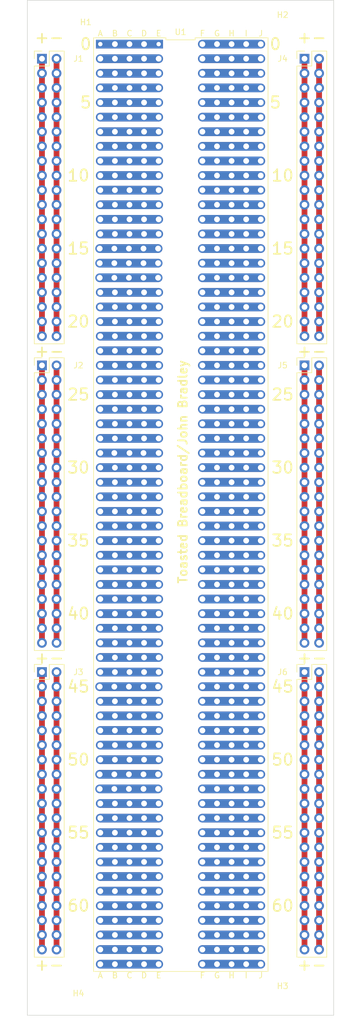
<source format=kicad_pcb>
(kicad_pcb (version 20240108) (generator "pcbnew") (generator_version "8.0")
  (layers (0 "F.Cu" signal) (31 "B.Cu" signal) (34 "B.Paste" user) (35 "F.Paste" user) (36 "B.SilkS" user "B.Silkscreen") (37 "F.SilkS" user "F.Silkscreen") (38 "B.Mask" user) (39 "F.Mask" user) (44 "Edge.Cuts" user))
  (net 0 "")
  (net 1 "unconnected-(U1-PIN1-Pad1)")
  (net 2 "unconnected-(U1-PIN2-Pad2)")
  (net 3 "unconnected-(U1-PIN3-Pad3)")
  (net 4 "Net-(J1-Pin_1)")
  (net 5 "Net-(J1-Pin_10)")
  (net 6 "Net-(J2-Pin_1)")
  (net 7 "Net-(J2-Pin_10)")
  (net 8 "Net-(J3-Pin_1)")
  (net 9 "Net-(J3-Pin_10)")
  (net 10 "Net-(J4-Pin_1)")
  (net 11 "Net-(J4-Pin_10)")
  (net 12 "Net-(J5-Pin_1)")
  (net 13 "Net-(J5-Pin_10)")
  (net 14 "Net-(J6-Pin_1)")
  (net 15 "Net-(J6-Pin_10)")
  (net 16 "unconnected-(U1-PIN125-Pad127)")
  (net 17 "unconnected-(U1-PIN126-Pad128)")
  (net 18 "unconnected-(U1-PIN4-Pad4)")
  (net 19 "unconnected-(U1-PIN5-Pad5)")
  (net 20 "unconnected-(U1-PIN6-Pad6)")
  (net 21 "unconnected-(U1-PIN7-Pad7)")
  (net 22 "unconnected-(U1-PIN8-Pad8)")
  (net 23 "unconnected-(U1-PIN9-Pad9)")
  (net 24 "unconnected-(U1-PIN10-Pad10)")
  (net 25 "unconnected-(U1-PIN11-Pad11)")
  (net 26 "unconnected-(U1-PIN12-Pad12)")
  (net 27 "unconnected-(U1-PIN13-Pad13)")
  (net 28 "unconnected-(U1-PIN14-Pad14)")
  (net 29 "unconnected-(U1-PIN15-Pad15)")
  (net 30 "unconnected-(U1-PIN16-Pad16)")
  (net 31 "unconnected-(U1-PIN17-Pad17)")
  (net 32 "unconnected-(U1-PIN18-Pad18)")
  (net 33 "unconnected-(U1-PIN19-Pad19)")
  (net 34 "unconnected-(U1-PIN20-Pad20)")
  (net 35 "unconnected-(U1-PIN21-Pad21)")
  (net 36 "unconnected-(U1-PIN22-Pad22)")
  (net 37 "unconnected-(U1-PIN23-Pad23)")
  (net 38 "unconnected-(U1-PIN24-Pad24)")
  (net 39 "unconnected-(U1-PIN25-Pad25)")
  (net 40 "unconnected-(U1-PIN26-Pad26)")
  (net 41 "unconnected-(U1-PIN27-Pad27)")
  (net 42 "unconnected-(U1-PIN28-Pad28)")
  (net 43 "unconnected-(U1-PIN29-Pad29)")
  (net 44 "unconnected-(U1-PIN30-Pad30)")
  (net 45 "unconnected-(U1-PIN31-Pad31)")
  (net 46 "unconnected-(U1-PIN32-Pad32)")
  (net 47 "unconnected-(U1-PIN33-Pad33)")
  (net 48 "unconnected-(U1-PIN34-Pad34)")
  (net 49 "unconnected-(U1-PIN35-Pad35)")
  (net 50 "unconnected-(U1-PIN36-Pad36)")
  (net 51 "unconnected-(U1-PIN37-Pad37)")
  (net 52 "unconnected-(U1-PIN38-Pad38)")
  (net 53 "unconnected-(U1-PIN39-Pad39)")
  (net 54 "unconnected-(U1-PIN40-Pad40)")
  (net 55 "unconnected-(U1-PIN41-Pad41)")
  (net 56 "unconnected-(U1-PIN42-Pad42)")
  (net 57 "unconnected-(U1-PIN43-Pad43)")
  (net 58 "unconnected-(U1-PIN44-Pad44)")
  (net 59 "unconnected-(U1-PIN45-Pad45)")
  (net 60 "unconnected-(U1-PIN46-Pad46)")
  (net 61 "unconnected-(U1-PIN47-Pad47)")
  (net 62 "unconnected-(U1-PIN48-Pad48)")
  (net 63 "unconnected-(U1-PIN49-Pad49)")
  (net 64 "unconnected-(U1-PIN50-Pad50)")
  (net 65 "unconnected-(U1-PIN51-Pad51)")
  (net 66 "unconnected-(U1-PIN52-Pad52)")
  (net 67 "unconnected-(U1-PIN53-Pad53)")
  (net 68 "unconnected-(U1-PIN54-Pad54)")
  (net 69 "unconnected-(U1-PIN55-Pad55)")
  (net 70 "unconnected-(U1-PIN56-Pad56)")
  (net 71 "unconnected-(U1-PIN57-Pad57)")
  (net 72 "unconnected-(U1-PIN58-Pad58)")
  (net 73 "unconnected-(U1-PIN59-Pad59)")
  (net 74 "unconnected-(U1-PIN60-Pad60)")
  (net 75 "unconnected-(U1-PIN61-Pad61)")
  (net 76 "unconnected-(U1-PIN62-Pad62)")
  (net 77 "unconnected-(U1-PIN63-Pad63)")
  (net 78 "unconnected-(U1-PIN64-Pad64)")
  (net 79 "unconnected-(U1-PIN65-Pad65)")
  (net 80 "unconnected-(U1-PIN66-Pad66)")
  (net 81 "unconnected-(U1-PIN67-Pad67)")
  (net 82 "unconnected-(U1-PIN68-Pad68)")
  (net 83 "unconnected-(U1-PIN69-Pad69)")
  (net 84 "unconnected-(U1-PIN70-Pad70)")
  (net 85 "unconnected-(U1-PIN71-Pad71)")
  (net 86 "unconnected-(U1-PIN72-Pad72)")
  (net 87 "unconnected-(U1-PIN73-Pad73)")
  (net 88 "unconnected-(U1-PIN74-Pad74)")
  (net 89 "unconnected-(U1-PIN75-Pad75)")
  (net 90 "unconnected-(U1-PIN76-Pad76)")
  (net 91 "unconnected-(U1-PIN77-Pad77)")
  (net 92 "unconnected-(U1-PIN78-Pad78)")
  (net 93 "unconnected-(U1-PIN79-Pad79)")
  (net 94 "unconnected-(U1-PIN80-Pad80)")
  (net 95 "unconnected-(U1-PIN81-Pad81)")
  (net 96 "unconnected-(U1-PIN82-Pad82)")
  (net 97 "unconnected-(U1-PIN83-Pad83)")
  (net 98 "unconnected-(U1-PIN84-Pad84)")
  (net 99 "unconnected-(U1-PIN85-Pad85)")
  (net 100 "unconnected-(U1-PIN86-Pad86)")
  (net 101 "unconnected-(U1-PIN87-Pad87)")
  (net 102 "unconnected-(U1-PIN88-Pad88)")
  (net 103 "unconnected-(U1-PIN89-Pad89)")
  (net 104 "unconnected-(U1-PIN90-Pad90)")
  (net 105 "unconnected-(U1-PIN91-Pad91)")
  (net 106 "unconnected-(U1-PIN92-Pad92)")
  (net 107 "unconnected-(U1-PIN93-Pad93)")
  (net 108 "unconnected-(U1-PIN94-Pad94)")
  (net 109 "unconnected-(U1-PIN95-Pad95)")
  (net 110 "unconnected-(U1-PIN96-Pad96)")
  (net 111 "unconnected-(U1-PIN97-Pad97)")
  (net 112 "unconnected-(U1-PIN98-Pad98)")
  (net 113 "unconnected-(U1-PIN99-Pad99)")
  (net 114 "unconnected-(U1-PIN100-Pad100)")
  (net 115 "unconnected-(U1-PIN101-Pad101)")
  (net 116 "unconnected-(U1-PIN102-Pad102)")
  (net 117 "unconnected-(U1-PIN103-Pad103)")
  (net 118 "unconnected-(U1-PIN104-Pad104)")
  (net 119 "unconnected-(U1-PIN105-Pad105)")
  (net 120 "unconnected-(U1-PIN106-Pad106)")
  (net 121 "unconnected-(U1-PIN107-Pad107)")
  (net 122 "unconnected-(U1-PIN108-Pad108)")
  (net 123 "unconnected-(U1-PIN109-Pad109)")
  (net 124 "unconnected-(U1-PIN110-Pad110)")
  (net 125 "unconnected-(U1-PIN111-Pad111)")
  (net 126 "unconnected-(U1-PIN112-Pad112)")
  (net 127 "unconnected-(U1-PIN113-Pad113)")
  (net 128 "unconnected-(U1-PIN114-Pad114)")
  (net 129 "unconnected-(U1-PIN115-Pad115)")
  (net 130 "unconnected-(U1-PIN116-Pad116)")
  (net 131 "unconnected-(U1-PIN117-Pad117)")
  (net 132 "unconnected-(U1-PIN118-Pad118)")
  (net 133 "unconnected-(U1-PIN119-Pad119)")
  (net 134 "unconnected-(U1-PIN120-Pad120)")
  (net 135 "unconnected-(U1-PIN121-Pad121)")
  (net 136 "unconnected-(U1-PIN122-Pad122)")
  (net 137 "unconnected-(U1-PIN123-Pad123)")
  (net 138 "unconnected-(U1-PIN124-Pad124)")
  (net 139 "unconnected-(U1-PIN125-Pad125)")
  (net 140 "unconnected-(U1-PIN126-Pad126)")
  (footprint "Dev:DIP-128" (layer "F.Cu") (at 128.27 107.95 -90)
    (property "Reference" "U1")
    (property "Value" "DIL126")
  )
  (footprint "ExtraFootprints:MountingHole_3.5mm_with_Stencil_hole" (layer "F.Cu") (at 151.13 194.31)
    (property "Reference" "H3")
    (property "Value" "MountingHole")
  )
  (footprint "Connector_PinHeader_2.54mm:PinHeader_2x20_P2.54mm_Vertical" (layer "F.Cu") (at 149.86 138.43)
    (property "Reference" "J6")
    (property "Value" "Conn_02x20_Odd_Even")
  )
  (footprint "Connector_PinHeader_2.54mm:PinHeader_2x20_P2.54mm_Vertical" (layer "F.Cu") (at 149.86 31.75)
    (property "Reference" "J4")
    (property "Value" "Conn_02x20_Odd_Even")
  )
  (footprint "ExtraFootprints:MountingHole_3.5mm_with_Stencil_hole" (layer "F.Cu") (at 105.41 25.4)
    (property "Reference" "H1")
    (property "Value" "MountingHole")
  )
  (footprint "Connector_PinHeader_2.54mm:PinHeader_2x20_P2.54mm_Vertical" (layer "F.Cu") (at 104.14 85.09)
    (property "Reference" "J2")
    (property "Value" "Conn_02x20_Odd_Even")
  )
  (footprint "Connector_PinHeader_2.54mm:PinHeader_2x20_P2.54mm_Vertical" (layer "F.Cu") (at 104.14 31.75)
    (property "Reference" "J1")
    (property "Value" "Conn_02x20_Odd_Even")
  )
  (footprint "Connector_PinHeader_2.54mm:PinHeader_2x20_P2.54mm_Vertical" (layer "F.Cu") (at 104.14 138.43)
    (property "Reference" "J3")
    (property "Value" "Conn_02x20_Odd_Even")
  )
  (footprint "ExtraFootprints:MountingHole_3.5mm_with_Stencil_hole" (layer "F.Cu") (at 105.41 194.31)
    (property "Reference" "H4")
    (property "Value" "MountingHole")
  )
  (footprint "ExtraFootprints:MountingHole_3.5mm_with_Stencil_hole" (layer "F.Cu") (at 151.13 25.4)
    (property "Reference" "H2")
    (property "Value" "MountingHole")
  )
  (footprint "Connector_PinHeader_2.54mm:PinHeader_2x20_P2.54mm_Vertical" (layer "F.Cu") (at 149.86 85.09)
    (property "Reference" "J5")
    (property "Value" "Conn_02x20_Odd_Even")
  )
  (gr_rect (start 101.6 21.59) (end 154.94 198.12) (stroke (width 0.1)) (fill none) (layer "Edge.Cuts"))
  (gr_text "5" (at 144.78 39.37 0) (layer "F.SilkS") (effects (font (size 2 2) (thickness 0.3))))
  (gr_text "+" (at 104.14 190.5 0) (layer "F.SilkS") (effects (font (size 2 2) (thickness 0.3)) (justify bottom)))
  (gr_text "5" (at 111.76 39.37 0) (layer "F.SilkS") (effects (font (size 2 2) (thickness 0.3))))
  (gr_text "C" (at 119.38 191.77 0) (layer "F.SilkS") (effects (font (size 1 1)) (justify bottom)))
  (gr_text "25" (at 110.49 90.17 0) (layer "F.SilkS") (effects (font (size 2 2) (thickness 0.3))))
  (gr_text "-" (at 152.46 137.1 0) (layer "F.SilkS") (effects (font (size 2 2) (thickness 0.3)) (justify bottom)))
  (gr_text "+" (at 104.14 83.76 0) (layer "F.SilkS") (effects (font (size 2 2) (thickness 0.3)) (justify bottom)))
  (gr_text "A" (at 114.3 191.77 0) (layer "F.SilkS") (effects (font (size 1 1)) (justify bottom)))
  (gr_text "35" (at 146.05 115.57 0) (layer "F.SilkS") (effects (font (size 2 2) (thickness 0.3))))
  (gr_text "G" (at 134.62 27.94 0) (layer "F.SilkS") (effects (font (size 1 1)) (justify bottom)))
  (gr_text "+" (at 149.86 137.1 0) (layer "F.SilkS") (effects (font (size 2 2) (thickness 0.3)) (justify bottom)))
  (gr_text "+" (at 149.86 83.76 0) (layer "F.SilkS") (effects (font (size 2 2) (thickness 0.3)) (justify bottom)))
  (gr_text "F" (at 132.08 27.94 0) (layer "F.SilkS") (effects (font (size 1 1)) (justify bottom)))
  (gr_text "F" (at 132.08 191.77 0) (layer "F.SilkS") (effects (font (size 1 1)) (justify bottom)))
  (gr_text "20" (at 146.05 77.47 0) (layer "F.SilkS") (effects (font (size 2 2) (thickness 0.3))))
  (gr_text "50" (at 146.05 153.67 0) (layer "F.SilkS") (effects (font (size 2 2) (thickness 0.3))))
  (gr_text "J\n" (at 142.24 191.77 0) (layer "F.SilkS") (effects (font (size 1 1)) (justify bottom)))
  (gr_text "55" (at 110.49 166.37 0) (layer "F.SilkS") (effects (font (size 2 2) (thickness 0.3))))
  (gr_text "+" (at 104.14 29.21 0) (layer "F.SilkS") (effects (font (size 2 2) (thickness 0.3)) (justify bottom)))
  (gr_text "45" (at 146.05 140.97 0) (layer "F.SilkS") (effects (font (size 2 2) (thickness 0.3))))
  (gr_text "+" (at 104.14 137.1 0) (layer "F.SilkS") (effects (font (size 2 2) (thickness 0.3)) (justify bottom)))
  (gr_text "-" (at 106.68 190.5 0) (layer "F.SilkS") (effects (font (size 2 2) (thickness 0.3)) (justify bottom)))
  (gr_text "E" (at 124.46 191.77 0) (layer "F.SilkS") (effects (font (size 1 1)) (justify bottom)))
  (gr_text "-" (at 106.71 137.1 0) (layer "F.SilkS") (effects (font (size 2 2) (thickness 0.3)) (justify bottom)))
  (gr_text "A" (at 114.3 27.94 0) (layer "F.SilkS") (effects (font (size 1 1)) (justify bottom)))
  (gr_text "D" (at 121.92 27.94 0) (layer "F.SilkS") (effects (font (size 1 1)) (justify bottom)))
  (gr_text "25" (at 146.05 90.17 0) (layer "F.SilkS") (effects (font (size 2 2) (thickness 0.3))))
  (gr_text "0" (at 144.78 29.21 0) (layer "F.SilkS") (effects (font (size 2 2) (thickness 0.3))))
  (gr_text "B" (at 116.84 191.77 0) (layer "F.SilkS") (effects (font (size 1 1)) (justify bottom)))
  (gr_text "-" (at 152.4 190.5 0) (layer "F.SilkS") (effects (font (size 2 2) (thickness 0.3)) (justify bottom)))
  (gr_text "-" (at 152.43 83.76 0) (layer "F.SilkS") (effects (font (size 2 2) (thickness 0.3)) (justify bottom)))
  (gr_text "E" (at 124.46 27.94 0) (layer "F.SilkS") (effects (font (size 1 1)) (justify bottom)))
  (gr_text "0" (at 111.76 29.21 0) (layer "F.SilkS") (effects (font (size 2 2) (thickness 0.3))))
  (gr_text "30" (at 110.49 102.87 0) (layer "F.SilkS") (effects (font (size 2 2) (thickness 0.3))))
  (gr_text "-" (at 106.71 83.76 0) (layer "F.SilkS") (effects (font (size 2 2) (thickness 0.3)) (justify bottom)))
  (gr_text "B" (at 116.84 27.94 0) (layer "F.SilkS") (effects (font (size 1 1)) (justify bottom)))
  (gr_text "G" (at 134.62 191.77 0) (layer "F.SilkS") (effects (font (size 1 1)) (justify bottom)))
  (gr_text "50" (at 110.49 153.67 0) (layer "F.SilkS") (effects (font (size 2 2) (thickness 0.3))))
  (gr_text "40" (at 146.05 128.27 0) (layer "F.SilkS") (effects (font (size 2 2) (thickness 0.3))))
  (gr_text "60" (at 110.49 179.07 0) (layer "F.SilkS") (effects (font (size 2 2) (thickness 0.3))))
  (gr_text "J\n" (at 142.24 27.94 0) (layer "F.SilkS") (effects (font (size 1 1)) (justify bottom)))
  (gr_text "Toasted Breadboard/John Bradley" (at 129.54 123.19 90) (layer "F.SilkS") (effects (font (size 1.5 1.5) (thickness 0.3) (bold yes)) (justify left bottom)))
  (gr_text "-" (at 106.68 29.21 0) (layer "F.SilkS") (effects (font (size 2 2) (thickness 0.3)) (justify bottom)))
  (gr_text "H" (at 137.16 191.77 0) (layer "F.SilkS") (effects (font (size 1 1)) (justify bottom)))
  (gr_text "D" (at 121.92 191.77 0) (layer "F.SilkS") (effects (font (size 1 1)) (justify bottom)))
  (gr_text "+" (at 149.86 29.21 0) (layer "F.SilkS") (effects (font (size 2 2) (thickness 0.3)) (justify bottom)))
  (gr_text "I" (at 139.7 27.94 0) (layer "F.SilkS") (effects (font (size 1 1)) (justify bottom)))
  (gr_text "+" (at 149.86 190.5 0) (layer "F.SilkS") (effects (font (size 2 2) (thickness 0.3)) (justify bottom)))
  (gr_text "20" (at 110.49 77.47 0) (layer "F.SilkS") (effects (font (size 2 2) (thickness 0.3))))
  (gr_text "40" (at 110.49 128.27 0) (layer "F.SilkS") (effects (font (size 2 2) (thickness 0.3))))
  (gr_text "10" (at 110.49 52.07 0) (layer "F.SilkS") (effects (font (size 2 2) (thickness 0.3))))
  (gr_text "55" (at 146.05 166.37 0) (layer "F.SilkS") (effects (font (size 2 2) (thickness 0.3))))
  (gr_text "35" (at 110.49 115.57 0) (layer "F.SilkS") (effects (font (size 2 2) (thickness 0.3))))
  (gr_text "H" (at 137.16 27.94 0) (layer "F.SilkS") (effects (font (size 1 1)) (justify bottom)))
  (gr_text "45" (at 110.49 140.97 0) (layer "F.SilkS") (effects (font (size 2 2) (thickness 0.3))))
  (gr_text "-" (at 152.4 29.21 0) (layer "F.SilkS") (effects (font (size 2 2) (thickness 0.3)) (justify bottom)))
  (gr_text "15" (at 146.05 64.77 0) (layer "F.SilkS") (effects (font (size 2 2) (thickness 0.3))))
  (gr_text "30" (at 146.05 102.87 0) (layer "F.SilkS") (effects (font (size 2 2) (thickness 0.3))))
  (gr_text "I" (at 139.7 191.77 0) (layer "F.SilkS") (effects (font (size 1 1)) (justify bottom)))
  (gr_text "15" (at 110.49 64.77 0) (layer "F.SilkS") (effects (font (size 2 2) (thickness 0.3))))
  (gr_text "C" (at 119.38 27.94 0) (layer "F.SilkS") (effects (font (size 1 1)) (justify bottom)))
  (gr_text "10" (at 146.05 52.07 0) (layer "F.SilkS") (effects (font (size 2 2) (thickness 0.3))))
  (gr_text "60" (at 146.05 179.07 0) (layer "F.SilkS") (effects (font (size 2 2) (thickness 0.3))))
  (segment (start 119.38 29.21) (end 121.92 29.21) (width 1) (layer "B.Cu") (net 1))
  (segment (start 116.84 29.21) (end 119.38 29.21) (width 1) (layer "B.Cu") (net 1))
  (segment (start 121.92 29.21) (end 124.46 29.21) (width 1) (layer "B.Cu") (net 1))
  (segment (start 114.3 29.21) (end 116.84 29.21) (width 1) (layer "B.Cu") (net 1))
  (segment (start 114.3 31.75) (end 116.84 31.75) (width 1) (layer "B.Cu") (net 2))
  (segment (start 116.84 31.75) (end 119.38 31.75) (width 1) (layer "B.Cu") (net 2))
  (segment (start 121.92 31.75) (end 124.46 31.75) (width 1) (layer "B.Cu") (net 2))
  (segment (start 119.38 31.75) (end 121.92 31.75) (width 1) (layer "B.Cu") (net 2))
  (segment (start 121.92 34.29) (end 124.46 34.29) (width 1) (layer "B.Cu") (net 3))
  (segment (start 116.84 34.29) (end 119.38 34.29) (width 1) (layer "B.Cu") (net 3))
  (segment (start 114.3 34.29) (end 116.84 34.29) (width 1) (layer "B.Cu") (net 3))
  (segment (start 119.38 34.29) (end 121.92 34.29) (width 1) (layer "B.Cu") (net 3))
  (segment (start 104.14 46.99) (end 104.14 44.45) (width 1) (layer "F.Cu") (net 4))
  (segment (start 104.14 52.07) (end 104.14 49.53) (width 1) (layer "F.Cu") (net 4))
  (segment (start 104.14 77.47) (end 104.14 74.93) (width 1) (layer "F.Cu") (net 4))
  (segment (start 104.14 62.23) (end 104.14 59.69) (width 1) (layer "F.Cu") (net 4))
  (segment (start 104.14 39.37) (end 104.14 36.83) (width 1) (layer "F.Cu") (net 4))
  (segment (start 104.14 34.29) (end 104.14 31.75) (width 1) (layer "F.Cu") (net 4))
  (segment (start 104.14 57.15) (end 104.14 54.61) (width 1) (layer "F.Cu") (net 4))
  (segment (start 104.14 69.85) (end 104.14 67.31) (width 1) (layer "F.Cu") (net 4))
  (segment (start 104.14 67.31) (end 104.14 64.77) (width 1) (layer "F.Cu") (net 4))
  (segment (start 104.14 54.61) (end 104.14 52.07) (width 1) (layer "F.Cu") (net 4))
  (segment (start 104.14 74.93) (end 104.14 72.39) (width 1) (layer "F.Cu") (net 4))
  (segment (start 104.14 49.53) (end 104.14 46.99) (width 1) (layer "F.Cu") (net 4))
  (segment (start 104.14 36.83) (end 104.14 34.29) (width 1) (layer "F.Cu") (net 4))
  (segment (start 104.14 72.39) (end 104.14 69.85) (width 1) (layer "F.Cu") (net 4))
  (segment (start 104.14 44.45) (end 104.14 41.91) (width 1) (layer "F.Cu") (net 4))
  (segment (start 104.14 41.91) (end 104.14 39.37) (width 1) (layer "F.Cu") (net 4))
  (segment (start 104.14 64.77) (end 104.14 62.23) (width 1) (layer "F.Cu") (net 4))
  (segment (start 104.14 80.01) (end 104.14 77.47) (width 1) (layer "F.Cu") (net 4))
  (segment (start 104.14 59.69) (end 104.14 57.15) (width 1) (layer "F.Cu") (net 4))
  (segment (start 106.68 80.01) (end 106.68 77.47) (width 1) (layer "F.Cu") (net 5))
  (segment (start 106.68 62.23) (end 106.68 59.69) (width 1) (layer "F.Cu") (net 5))
  (segment (start 106.68 44.45) (end 106.68 41.91) (width 1) (layer "F.Cu") (net 5))
  (segment (start 106.68 49.53) (end 106.68 46.99) (width 1) (layer "F.Cu") (net 5))
  (segment (start 106.68 59.69) (end 106.68 57.15) (width 1) (layer "F.Cu") (net 5))
  (segment (start 106.68 54.61) (end 106.68 52.07) (width 1) (layer "F.Cu") (net 5))
  (segment (start 106.68 64.77) (end 106.68 62.23) (width 1) (layer "F.Cu") (net 5))
  (segment (start 106.68 72.39) (end 106.68 69.85) (width 1) (layer "F.Cu") (net 5))
  (segment (start 106.68 77.47) (end 106.68 74.93) (width 1) (layer "F.Cu") (net 5))
  (segment (start 106.68 57.15) (end 106.68 54.61) (width 1) (layer "F.Cu") (net 5))
  (segment (start 106.68 67.31) (end 106.68 64.77) (width 1) (layer "F.Cu") (net 5))
  (segment (start 106.68 74.93) (end 106.68 72.39) (width 1) (layer "F.Cu") (net 5))
  (segment (start 106.68 69.85) (end 106.68 67.31) (width 1) (layer "F.Cu") (net 5))
  (segment (start 106.68 52.07) (end 106.68 49.53) (width 1) (layer "F.Cu") (net 5))
  (segment (start 106.68 46.99) (end 106.68 44.45) (width 1) (layer "F.Cu") (net 5))
  (segment (start 106.68 36.83) (end 106.68 34.29) (width 1) (layer "F.Cu") (net 5))
  (segment (start 106.68 34.29) (end 106.68 31.75) (width 1) (layer "F.Cu") (net 5))
  (segment (start 106.68 41.91) (end 106.68 39.37) (width 1) (layer "F.Cu") (net 5))
  (segment (start 106.68 39.37) (end 106.68 36.83) (width 1) (layer "F.Cu") (net 5))
  (segment (start 104.14 120.65) (end 104.14 118.11) (width 1) (layer "F.Cu") (net 6))
  (segment (start 104.14 105.41) (end 104.14 102.87) (width 1) (layer "F.Cu") (net 6))
  (segment (start 104.14 128.27) (end 104.14 125.73) (width 1) (layer "F.Cu") (net 6))
  (segment (start 104.14 87.63) (end 104.14 85.09) (width 1) (layer "F.Cu") (net 6))
  (segment (start 104.14 107.95) (end 104.14 105.41) (width 1) (layer "F.Cu") (net 6))
  (segment (start 104.14 115.57) (end 104.14 113.03) (width 1) (layer "F.Cu") (net 6))
  (segment (start 104.14 97.79) (end 104.14 95.25) (width 1) (layer "F.Cu") (net 6))
  (segment (start 104.14 133.35) (end 104.14 130.81) (width 1) (layer "F.Cu") (net 6))
  (segment (start 104.14 110.49) (end 104.14 107.95) (width 1) (layer "F.Cu") (net 6))
  (segment (start 104.14 130.81) (end 104.14 128.27) (width 1) (layer "F.Cu") (net 6))
  (segment (start 104.14 118.11) (end 104.14 115.57) (width 1) (layer "F.Cu") (net 6))
  (segment (start 104.14 123.19) (end 104.14 120.65) (width 1) (layer "F.Cu") (net 6))
  (segment (start 104.14 100.33) (end 104.14 97.79) (width 1) (layer "F.Cu") (net 6))
  (segment (start 104.14 125.73) (end 104.14 123.19) (width 1) (layer "F.Cu") (net 6))
  (segment (start 104.14 92.71) (end 104.14 90.17) (width 1) (layer "F.Cu") (net 6))
  (segment (start 104.14 95.25) (end 104.14 92.71) (width 1) (layer "F.Cu") (net 6))
  (segment (start 104.14 90.17) (end 104.14 87.63) (width 1) (layer "F.Cu") (net 6))
  (segment (start 104.14 102.87) (end 104.14 100.33) (width 1) (layer "F.Cu") (net 6))
  (segment (start 104.14 113.03) (end 104.14 110.49) (width 1) (layer "F.Cu") (net 6))
  (segment (start 106.68 128.27) (end 106.68 125.73) (width 1) (layer "F.Cu") (net 7))
  (segment (start 106.68 102.87) (end 106.68 100.33) (width 1) (layer "F.Cu") (net 7))
  (segment (start 106.68 100.33) (end 106.68 97.79) (width 1) (layer "F.Cu") (net 7))
  (segment (start 106.68 130.81) (end 106.68 128.27) (width 1) (layer "F.Cu") (net 7))
  (segment (start 106.68 118.11) (end 106.68 115.57) (width 1) (layer "F.Cu") (net 7))
  (segment (start 106.68 115.57) (end 106.68 113.03) (width 1) (layer "F.Cu") (net 7))
  (segment (start 106.68 97.79) (end 106.68 95.25) (width 1) (layer "F.Cu") (net 7))
  (segment (start 106.68 133.35) (end 106.68 130.81) (width 1) (layer "F.Cu") (net 7))
  (segment (start 106.68 123.19) (end 106.68 120.65) (width 1) (layer "F.Cu") (net 7))
  (segment (start 106.68 92.71) (end 106.68 90.17) (width 1) (layer "F.Cu") (net 7))
  (segment (start 106.68 125.73) (end 106.68 123.19) (width 1) (layer "F.Cu") (net 7))
  (segment (start 106.68 120.65) (end 106.68 118.11) (width 1) (layer "F.Cu") (net 7))
  (segment (start 106.68 90.17) (end 106.68 87.63) (width 1) (layer "F.Cu") (net 7))
  (segment (start 106.68 105.41) (end 106.68 102.87) (width 1) (layer "F.Cu") (net 7))
  (segment (start 106.68 107.95) (end 106.68 105.41) (width 1) (layer "F.Cu") (net 7))
  (segment (start 106.68 113.03) (end 106.68 110.49) (width 1) (layer "F.Cu") (net 7))
  (segment (start 106.68 87.63) (end 106.68 85.09) (width 1) (layer "F.Cu") (net 7))
  (segment (start 106.68 95.25) (end 106.68 92.71) (width 1) (layer "F.Cu") (net 7))
  (segment (start 106.68 110.49) (end 106.68 107.95) (width 1) (layer "F.Cu") (net 7))
  (segment (start 104.14 166.37) (end 104.14 163.83) (width 1) (layer "F.Cu") (net 8))
  (segment (start 104.14 151.13) (end 104.14 148.59) (width 1) (layer "F.Cu") (net 8))
  (segment (start 104.14 153.67) (end 104.14 151.13) (width 1) (layer "F.Cu") (net 8))
  (segment (start 104.14 146.05) (end 104.14 143.51) (width 1) (layer "F.Cu") (net 8))
  (segment (start 104.14 168.91) (end 104.14 166.37) (width 1) (layer "F.Cu") (net 8))
  (segment (start 104.14 143.51) (end 104.14 140.97) (width 1) (layer "F.Cu") (net 8))
  (segment (start 104.14 171.45) (end 104.14 168.91) (width 1) (layer "F.Cu") (net 8))
  (segment (start 104.14 161.29) (end 104.14 158.75) (width 1) (layer "F.Cu") (net 8))
  (segment (start 104.14 156.21) (end 104.14 153.67) (width 1) (layer "F.Cu") (net 8))
  (segment (start 104.14 148.59) (end 104.14 146.05) (width 1) (layer "F.Cu") (net 8))
  (segment (start 104.14 176.53) (end 104.14 173.99) (width 1) (layer "F.Cu") (net 8))
  (segment (start 104.14 140.97) (end 104.14 138.43) (width 1) (layer "F.Cu") (net 8))
  (segment (start 104.14 186.69) (end 104.14 184.15) (width 1) (layer "F.Cu") (net 8))
  (segment (start 104.14 179.07) (end 104.14 176.53) (width 1) (layer "F.Cu") (net 8))
  (segment (start 104.14 181.61) (end 104.14 179.07) (width 1) (layer "F.Cu") (net 8))
  (segment (start 104.14 184.15) (end 104.14 181.61) (width 1) (layer "F.Cu") (net 8))
  (segment (start 104.14 173.99) (end 104.14 171.45) (width 1) (layer "F.Cu") (net 8))
  (segment (start 104.14 158.75) (end 104.14 156.21) (width 1) (layer "F.Cu") (net 8))
  (segment (start 104.14 163.83) (end 104.14 161.29) (width 1) (layer "F.Cu") (net 8))
  (segment (start 106.68 163.83) (end 106.68 161.29) (width 1) (layer "F.Cu") (net 9))
  (segment (start 106.68 161.29) (end 106.68 158.75) (width 1) (layer "F.Cu") (net 9))
  (segment (start 106.68 179.07) (end 106.68 176.53) (width 1) (layer "F.Cu") (net 9))
  (segment (start 106.68 158.75) (end 106.68 156.21) (width 1) (layer "F.Cu") (net 9))
  (segment (start 106.68 173.99) (end 106.68 171.45) (width 1) (layer "F.Cu") (net 9))
  (segment (start 106.68 143.51) (end 106.68 140.97) (width 1) (layer "F.Cu") (net 9))
  (segment (start 106.68 153.67) (end 106.68 151.13) (width 1) (layer "F.Cu") (net 9))
  (segment (start 106.68 184.15) (end 106.68 181.61) (width 1) (layer "F.Cu") (net 9))
  (segment (start 106.68 186.69) (end 106.68 184.15) (width 1) (layer "F.Cu") (net 9))
  (segment (start 106.68 148.59) (end 106.68 146.05) (width 1) (layer "F.Cu") (net 9))
  (segment (start 106.68 176.53) (end 106.68 173.99) (width 1) (layer "F.Cu") (net 9))
  (segment (start 106.68 168.91) (end 106.68 166.37) (width 1) (layer "F.Cu") (net 9))
  (segment (start 106.68 166.37) (end 106.68 163.83) (width 1) (layer "F.Cu") (net 9))
  (segment (start 106.68 171.45) (end 106.68 168.91) (width 1) (layer "F.Cu") (net 9))
  (segment (start 106.68 140.97) (end 106.68 138.43) (width 1) (layer "F.Cu") (net 9))
  (segment (start 106.68 181.61) (end 106.68 179.07) (width 1) (layer "F.Cu") (net 9))
  (segment (start 106.68 151.13) (end 106.68 148.59) (width 1) (layer "F.Cu") (net 9))
  (segment (start 106.68 156.21) (end 106.68 153.67) (width 1) (layer "F.Cu") (net 9))
  (segment (start 106.68 146.05) (end 106.68 143.51) (width 1) (layer "F.Cu") (net 9))
  (segment (start 149.86 72.39) (end 149.86 69.85) (width 1) (layer "F.Cu") (net 10))
  (segment (start 149.86 69.85) (end 149.86 67.31) (width 1) (layer "F.Cu") (net 10))
  (segment (start 149.86 54.61) (end 149.86 52.07) (width 1) (layer "F.Cu") (net 10))
  (segment (start 149.86 49.53) (end 149.86 46.99) (width 1) (layer "F.Cu") (net 10))
  (segment (start 149.86 59.69) (end 149.86 57.15) (width 1) (layer "F.Cu") (net 10))
  (segment (start 149.86 57.15) (end 149.86 54.61) (width 1) (layer "F.Cu") (net 10))
  (segment (start 149.86 46.99) (end 149.86 44.45) (width 1) (layer "F.Cu") (net 10))
  (segment (start 149.86 41.91) (end 149.86 39.37) (width 1) (layer "F.Cu") (net 10))
  (segment (start 149.86 36.83) (end 149.86 34.29) (width 1) (layer "F.Cu") (net 10))
  (segment (start 149.86 77.47) (end 149.86 74.93) (width 1) (layer "F.Cu") (net 10))
  (segment (start 149.86 64.77) (end 149.86 62.23) (width 1) (layer "F.Cu") (net 10))
  (segment (start 149.86 39.37) (end 149.86 36.83) (width 1) (layer "F.Cu") (net 10))
  (segment (start 149.86 44.45) (end 149.86 41.91) (width 1) (layer "F.Cu") (net 10))
  (segment (start 149.86 34.29) (end 149.86 31.75) (width 1) (layer "F.Cu") (net 10))
  (segment (start 149.86 74.93) (end 149.86 72.39) (width 1) (layer "F.Cu") (net 10))
  (segment (start 149.86 67.31) (end 149.86 64.77) (width 1) (layer "F.Cu") (net 10))
  (segment (start 149.86 52.07) (end 149.86 49.53) (width 1) (layer "F.Cu") (net 10))
  (segment (start 149.86 80.01) (end 149.86 77.47) (width 1) (layer "F.Cu") (net 10))
  (segment (start 149.86 62.23) (end 149.86 59.69) (width 1) (layer "F.Cu") (net 10))
  (segment (start 152.4 44.45) (end 152.4 41.91) (width 1) (layer "F.Cu") (net 11))
  (segment (start 152.4 57.15) (end 152.4 54.61) (width 1) (layer "F.Cu") (net 11))
  (segment (start 152.4 49.53) (end 152.4 46.99) (width 1) (layer "F.Cu") (net 11))
  (segment (start 152.4 64.77) (end 152.4 62.23) (width 1) (layer "F.Cu") (net 11))
  (segment (start 152.4 62.23) (end 152.4 59.69) (width 1) (layer "F.Cu") (net 11))
  (segment (start 152.4 74.93) (end 152.4 72.39) (width 1) (layer "F.Cu") (net 11))
  (segment (start 152.4 46.99) (end 152.4 44.45) (width 1) (layer "F.Cu") (net 11))
  (segment (start 152.4 54.61) (end 152.4 52.07) (width 1) (layer "F.Cu") (net 11))
  (segment (start 152.4 34.29) (end 152.4 31.75) (width 1) (layer "F.Cu") (net 11))
  (segment (start 152.4 72.39) (end 152.4 69.85) (width 1) (layer "F.Cu") (net 11))
  (segment (start 152.4 52.07) (end 152.4 49.53) (width 1) (layer "F.Cu") (net 11))
  (segment (start 152.4 77.47) (end 152.4 74.93) (width 1) (layer "F.Cu") (net 11))
  (segment (start 152.4 36.83) (end 152.4 34.29) (width 1) (layer "F.Cu") (net 11))
  (segment (start 152.4 41.91) (end 152.4 39.37) (width 1) (layer "F.Cu") (net 11))
  (segment (start 152.4 59.69) (end 152.4 57.15) (width 1) (layer "F.Cu") (net 11))
  (segment (start 152.4 39.37) (end 152.4 36.83) (width 1) (layer "F.Cu") (net 11))
  (segment (start 152.4 80.01) (end 152.4 77.47) (width 1) (layer "F.Cu") (net 11))
  (segment (start 152.4 69.85) (end 152.4 67.31) (width 1) (layer "F.Cu") (net 11))
  (segment (start 152.4 67.31) (end 152.4 64.77) (width 1) (layer "F.Cu") (net 11))
  (segment (start 149.86 100.33) (end 149.86 97.79) (width 1) (layer "F.Cu") (net 12))
  (segment (start 149.86 110.49) (end 149.86 107.95) (width 1) (layer "F.Cu") (net 12))
  (segment (start 149.86 130.81) (end 149.86 128.27) (width 1) (layer "F.Cu") (net 12))
  (segment (start 149.86 118.11) (end 149.86 115.57) (width 1) (layer "F.Cu") (net 12))
  (segment (start 149.86 115.57) (end 149.86 113.03) (width 1) (layer "F.Cu") (net 12))
  (segment (start 149.86 113.03) (end 149.86 110.49) (width 1) (layer "F.Cu") (net 12))
  (segment (start 149.86 95.25) (end 149.86 92.71) (width 1) (layer "F.Cu") (net 12))
  (segment (start 149.86 87.63) (end 149.86 85.09) (width 1) (layer "F.Cu") (net 12))
  (segment (start 149.86 97.79) (end 149.86 95.25) (width 1) (layer "F.Cu") (net 12))
  (segment (start 149.86 105.41) (end 149.86 102.87) (width 1) (layer "F.Cu") (net 12))
  (segment (start 149.86 107.95) (end 149.86 105.41) (width 1) (layer "F.Cu") (net 12))
  (segment (start 149.86 92.71) (end 149.86 90.17) (width 1) (layer "F.Cu") (net 12))
  (segment (start 149.86 102.87) (end 149.86 100.33) (width 1) (layer "F.Cu") (net 12))
  (segment (start 149.86 120.65) (end 149.86 118.11) (width 1) (layer "F.Cu") (net 12))
  (segment (start 149.86 90.17) (end 149.86 87.63) (width 1) (layer "F.Cu") (net 12))
  (segment (start 149.86 128.27) (end 149.86 125.73) (width 1) (layer "F.Cu") (net 12))
  (segment (start 149.86 123.19) (end 149.86 120.65) (width 1) (layer "F.Cu") (net 12))
  (segment (start 149.86 133.35) (end 149.86 130.81) (width 1) (layer "F.Cu") (net 12))
  (segment (start 149.86 125.73) (end 149.86 123.19) (width 1) (layer "F.Cu") (net 12))
  (segment (start 152.4 118.11) (end 152.4 115.57) (width 1) (layer "F.Cu") (net 13))
  (segment (start 152.4 87.63) (end 152.4 85.09) (width 1) (layer "F.Cu") (net 13))
  (segment (start 152.4 100.33) (end 152.4 97.79) (width 1) (layer "F.Cu") (net 13))
  (segment (start 152.4 125.73) (end 152.4 123.19) (width 1) (layer "F.Cu") (net 13))
  (segment (start 152.4 128.27) (end 152.4 125.73) (width 1) (layer "F.Cu") (net 13))
  (segment (start 152.4 110.49) (end 152.4 107.95) (width 1) (layer "F.Cu") (net 13))
  (segment (start 152.4 95.25) (end 152.4 92.71) (width 1) (layer "F.Cu") (net 13))
  (segment (start 152.4 130.81) (end 152.4 128.27) (width 1) (layer "F.Cu") (net 13))
  (segment (start 152.4 113.03) (end 152.4 110.49) (width 1) (layer "F.Cu") (net 13))
  (segment (start 152.4 107.95) (end 152.4 105.41) (width 1) (layer "F.Cu") (net 13))
  (segment (start 152.4 120.65) (end 152.4 118.11) (width 1) (layer "F.Cu") (net 13))
  (segment (start 152.4 133.35) (end 152.4 130.81) (width 1) (layer "F.Cu") (net 13))
  (segment (start 152.4 90.17) (end 152.4 87.63) (width 1) (layer "F.Cu") (net 13))
  (segment (start 152.4 97.79) (end 152.4 95.25) (width 1) (layer "F.Cu") (net 13))
  (segment (start 152.4 92.71) (end 152.4 90.17) (width 1) (layer "F.Cu") (net 13))
  (segment (start 152.4 105.41) (end 152.4 102.87) (width 1) (layer "F.Cu") (net 13))
  (segment (start 152.4 123.19) (end 152.4 120.65) (width 1) (layer "F.Cu") (net 13))
  (segment (start 152.4 102.87) (end 152.4 100.33) (width 1) (layer "F.Cu") (net 13))
  (segment (start 152.4 115.57) (end 152.4 113.03) (width 1) (layer "F.Cu") (net 13))
  (segment (start 149.86 173.99) (end 149.86 171.45) (width 1) (layer "F.Cu") (net 14))
  (segment (start 149.86 181.61) (end 149.86 179.07) (width 1) (layer "F.Cu") (net 14))
  (segment (start 149.86 186.69) (end 149.86 184.15) (width 1) (layer "F.Cu") (net 14))
  (segment (start 149.86 176.53) (end 149.86 173.99) (width 1) (layer "F.Cu") (net 14))
  (segment (start 149.86 143.51) (end 149.86 140.97) (width 1) (layer "F.Cu") (net 14))
  (segment (start 149.86 161.29) (end 149.86 158.75) (width 1) (layer "F.Cu") (net 14))
  (segment (start 149.86 148.59) (end 149.86 146.05) (width 1) (layer "F.Cu") (net 14))
  (segment (start 149.86 151.13) (end 149.86 148.59) (width 1) (layer "F.Cu") (net 14))
  (segment (start 149.86 179.07) (end 149.86 176.53) (width 1) (layer "F.Cu") (net 14))
  (segment (start 149.86 156.21) (end 149.86 153.67) (width 1) (layer "F.Cu") (net 14))
  (segment (start 149.86 140.97) (end 149.86 138.43) (width 1) (layer "F.Cu") (net 14))
  (segment (start 149.86 153.67) (end 149.86 151.13) (width 1) (layer "F.Cu") (net 14))
  (segment (start 149.86 184.15) (end 149.86 181.61) (width 1) (layer "F.Cu") (net 14))
  (segment (start 149.86 168.91) (end 149.86 166.37) (width 1) (layer "F.Cu") (net 14))
  (segment (start 149.86 171.45) (end 149.86 168.91) (width 1) (layer "F.Cu") (net 14))
  (segment (start 149.86 158.75) (end 149.86 156.21) (width 1) (layer "F.Cu") (net 14))
  (segment (start 149.86 166.37) (end 149.86 163.83) (width 1) (layer "F.Cu") (net 14))
  (segment (start 149.86 163.83) (end 149.86 161.29) (width 1) (layer "F.Cu") (net 14))
  (segment (start 149.86 146.05) (end 149.86 143.51) (width 1) (layer "F.Cu") (net 14))
  (segment (start 152.4 168.91) (end 152.4 166.37) (width 1) (layer "F.Cu") (net 15))
  (segment (start 152.4 156.21) (end 152.4 153.67) (width 1) (layer "F.Cu") (net 15))
  (segment (start 152.4 143.51) (end 152.4 140.97) (width 1) (layer "F.Cu") (net 15))
  (segment (start 152.4 181.61) (end 152.4 179.07) (width 1) (layer "F.Cu") (net 15))
  (segment (start 152.4 140.97) (end 152.4 138.43) (width 1) (layer "F.Cu") (net 15))
  (segment (start 152.4 151.13) (end 152.4 148.59) (width 1) (layer "F.Cu") (net 15))
  (segment (start 152.4 153.67) (end 152.4 151.13) (width 1) (layer "F.Cu") (net 15))
  (segment (start 152.4 173.99) (end 152.4 171.45) (width 1) (layer "F.Cu") (net 15))
  (segment (start 152.4 158.75) (end 152.4 156.21) (width 1) (layer "F.Cu") (net 15))
  (segment (start 152.4 186.69) (end 152.4 184.15) (width 1) (layer "F.Cu") (net 15))
  (segment (start 152.4 176.53) (end 152.4 173.99) (width 1) (layer "F.Cu") (net 15))
  (segment (start 152.4 171.45) (end 152.4 168.91) (width 1) (layer "F.Cu") (net 15))
  (segment (start 152.4 148.59) (end 152.4 146.05) (width 1) (layer "F.Cu") (net 15))
  (segment (start 152.4 163.83) (end 152.4 161.29) (width 1) (layer "F.Cu") (net 15))
  (segment (start 152.4 184.15) (end 152.4 181.61) (width 1) (layer "F.Cu") (net 15))
  (segment (start 152.4 179.07) (end 152.4 176.53) (width 1) (layer "F.Cu") (net 15))
  (segment (start 152.4 146.05) (end 152.4 143.51) (width 1) (layer "F.Cu") (net 15))
  (segment (start 152.4 166.37) (end 152.4 163.83) (width 1) (layer "F.Cu") (net 15))
  (segment (start 152.4 161.29) (end 152.4 158.75) (width 1) (layer "F.Cu") (net 15))
  (segment (start 137.16 31.75) (end 139.7 31.75) (width 1) (layer "B.Cu") (net 16))
  (segment (start 139.7 31.75) (end 142.24 31.75) (width 1) (layer "B.Cu") (net 16))
  (segment (start 132.08 31.75) (end 134.62 31.75) (width 1) (layer "B.Cu") (net 16))
  (segment (start 134.62 31.75) (end 137.16 31.75) (width 1) (layer "B.Cu") (net 16))
  (segment (start 139.7 29.21) (end 142.24 29.21) (width 1) (layer "B.Cu") (net 17))
  (segment (start 137.16 29.21) (end 139.7 29.21) (width 1) (layer "B.Cu") (net 17))
  (segment (start 134.62 29.21) (end 137.16 29.21) (width 1) (layer "B.Cu") (net 17))
  (segment (start 132.08 29.21) (end 134.62 29.21) (width 1) (layer "B.Cu") (net 17))
  (segment (start 116.84 36.83) (end 119.38 36.83) (width 1) (layer "B.Cu") (net 18))
  (segment (start 121.92 36.83) (end 124.46 36.83) (width 1) (layer "B.Cu") (net 18))
  (segment (start 119.38 36.83) (end 121.92 36.83) (width 1) (layer "B.Cu") (net 18))
  (segment (start 114.3 36.83) (end 116.84 36.83) (width 1) (layer "B.Cu") (net 18))
  (segment (start 116.84 39.37) (end 119.38 39.37) (width 1) (layer "B.Cu") (net 19))
  (segment (start 114.3 39.37) (end 116.84 39.37) (width 1) (layer "B.Cu") (net 19))
  (segment (start 119.38 39.37) (end 121.92 39.37) (width 1) (layer "B.Cu") (net 19))
  (segment (start 121.92 39.37) (end 124.46 39.37) (width 1) (layer "B.Cu") (net 19))
  (segment (start 116.84 41.91) (end 119.38 41.91) (width 1) (layer "B.Cu") (net 20))
  (segment (start 121.92 41.91) (end 124.46 41.91) (width 1) (layer "B.Cu") (net 20))
  (segment (start 114.3 41.91) (end 116.84 41.91) (width 1) (layer "B.Cu") (net 20))
  (segment (start 119.38 41.91) (end 121.92 41.91) (width 1) (layer "B.Cu") (net 20))
  (segment (start 116.84 44.45) (end 119.38 44.45) (width 1) (layer "B.Cu") (net 21))
  (segment (start 119.38 44.45) (end 121.92 44.45) (width 1) (layer "B.Cu") (net 21))
  (segment (start 121.92 44.45) (end 124.46 44.45) (width 1) (layer "B.Cu") (net 21))
  (segment (start 114.3 44.45) (end 116.84 44.45) (width 1) (layer "B.Cu") (net 21))
  (segment (start 116.84 46.99) (end 119.38 46.99) (width 1) (layer "B.Cu") (net 22))
  (segment (start 119.38 46.99) (end 121.92 46.99) (width 1) (layer "B.Cu") (net 22))
  (segment (start 121.92 46.99) (end 124.46 46.99) (width 1) (layer "B.Cu") (net 22))
  (segment (start 114.3 46.99) (end 116.84 46.99) (width 1) (layer "B.Cu") (net 22))
  (segment (start 114.3 49.53) (end 116.84 49.53) (width 1) (layer "B.Cu") (net 23))
  (segment (start 119.38 49.53) (end 121.92 49.53) (width 1) (layer "B.Cu") (net 23))
  (segment (start 121.92 49.53) (end 124.46 49.53) (width 1) (layer "B.Cu") (net 23))
  (segment (start 116.84 49.53) (end 119.38 49.53) (width 1) (layer "B.Cu") (net 23))
  (segment (start 121.92 52.07) (end 124.46 52.07) (width 1) (layer "B.Cu") (net 24))
  (segment (start 114.3 52.07) (end 116.84 52.07) (width 1) (layer "B.Cu") (net 24))
  (segment (start 119.38 52.07) (end 121.92 52.07) (width 1) (layer "B.Cu") (net 24))
  (segment (start 116.84 52.07) (end 119.38 52.07) (width 1) (layer "B.Cu") (net 24))
  (segment (start 119.38 54.61) (end 121.92 54.61) (width 1) (layer "B.Cu") (net 25))
  (segment (start 116.84 54.61) (end 119.38 54.61) (width 1) (layer "B.Cu") (net 25))
  (segment (start 121.92 54.61) (end 124.46 54.61) (width 1) (layer "B.Cu") (net 25))
  (segment (start 114.3 54.61) (end 116.84 54.61) (width 1) (layer "B.Cu") (net 25))
  (segment (start 116.84 57.15) (end 119.38 57.15) (width 1) (layer "B.Cu") (net 26))
  (segment (start 121.92 57.15) (end 124.46 57.15) (width 1) (layer "B.Cu") (net 26))
  (segment (start 119.38 57.15) (end 121.92 57.15) (width 1) (layer "B.Cu") (net 26))
  (segment (start 114.3 57.15) (end 116.84 57.15) (width 1) (layer "B.Cu") (net 26))
  (segment (start 121.92 59.69) (end 124.46 59.69) (width 1) (layer "B.Cu") (net 27))
  (segment (start 114.3 59.69) (end 116.84 59.69) (width 1) (layer "B.Cu") (net 27))
  (segment (start 119.38 59.69) (end 121.92 59.69) (width 1) (layer "B.Cu") (net 27))
  (segment (start 116.84 59.69) (end 119.38 59.69) (width 1) (layer "B.Cu") (net 27))
  (segment (start 121.92 62.23) (end 124.46 62.23) (width 1) (layer "B.Cu") (net 28))
  (segment (start 114.3 62.23) (end 116.84 62.23) (width 1) (layer "B.Cu") (net 28))
  (segment (start 119.38 62.23) (end 121.92 62.23) (width 1) (layer "B.Cu") (net 28))
  (segment (start 116.84 62.23) (end 119.38 62.23) (width 1) (layer "B.Cu") (net 28))
  (segment (start 116.74 64.77) (end 119.28 64.77) (width 1) (layer "B.Cu") (net 29))
  (segment (start 114.2 64.77) (end 116.74 64.77) (width 1) (layer "B.Cu") (net 29))
  (segment (start 121.82 64.77) (end 124.36 64.77) (width 1) (layer "B.Cu") (net 29))
  (segment (start 119.28 64.77) (end 121.82 64.77) (width 1) (layer "B.Cu") (net 29))
  (segment (start 114.2 67.31) (end 116.74 67.31) (width 1) (layer "B.Cu") (net 30))
  (segment (start 116.74 67.31) (end 119.28 67.31) (width 1) (layer "B.Cu") (net 30))
  (segment (start 121.82 67.31) (end 124.36 67.31) (width 1) (layer "B.Cu") (net 30))
  (segment (start 119.28 67.31) (end 121.82 67.31) (width 1) (layer "B.Cu") (net 30))
  (segment (start 116.74 69.85) (end 119.28 69.85) (width 1) (layer "B.Cu") (net 31))
  (segment (start 114.2 69.85) (end 116.74 69.85) (width 1) (layer "B.Cu") (net 31))
  (segment (start 121.82 69.85) (end 124.36 69.85) (width 1) (layer "B.Cu") (net 31))
  (segment (start 119.28 69.85) (end 121.82 69.85) (width 1) (layer "B.Cu") (net 31))
  (segment (start 114.3 72.39) (end 116.84 72.39) (width 1) (layer "B.Cu") (net 32))
  (segment (start 121.92 72.39) (end 124.46 72.39) (width 1) (layer "B.Cu") (net 32))
  (segment (start 119.38 72.39) (end 121.92 72.39) (width 1) (layer "B.Cu") (net 32))
  (segment (start 116.84 72.39) (end 119.38 72.39) (width 1) (layer "B.Cu") (net 32))
  (segment (start 119.38 74.93) (end 121.92 74.93) (width 1) (layer "B.Cu") (net 33))
  (segment (start 116.84 74.93) (end 119.38 74.93) (width 1) (layer "B.Cu") (net 33))
  (segment (start 121.92 74.93) (end 124.46 74.93) (width 1) (layer "B.Cu") (net 33))
  (segment (start 114.3 74.93) (end 116.84 74.93) (width 1) (layer "B.Cu") (net 33))
  (segment (start 119.38 77.47) (end 121.92 77.47) (width 1) (layer "B.Cu") (net 34))
  (segment (start 114.3 77.47) (end 116.84 77.47) (width 1) (layer "B.Cu") (net 34))
  (segment (start 116.84 77.47) (end 119.38 77.47) (width 1) (layer "B.Cu") (net 34))
  (segment (start 121.92 77.47) (end 124.46 77.47) (width 1) (layer "B.Cu") (net 34))
  (segment (start 114.3 80.01) (end 116.84 80.01) (width 1) (layer "B.Cu") (net 35))
  (segment (start 121.92 80.01) (end 124.46 80.01) (width 1) (layer "B.Cu") (net 35))
  (segment (start 116.84 80.01) (end 119.38 80.01) (width 1) (layer "B.Cu") (net 35))
  (segment (start 119.38 80.01) (end 121.92 80.01) (width 1) (layer "B.Cu") (net 35))
  (segment (start 116.84 82.55) (end 119.38 82.55) (width 1) (layer "B.Cu") (net 36))
  (segment (start 114.3 82.55) (end 116.84 82.55) (width 1) (layer "B.Cu") (net 36))
  (segment (start 119.38 82.55) (end 121.92 82.55) (width 1) (layer "B.Cu") (net 36))
  (segment (start 121.92 82.55) (end 124.46 82.55) (width 1) (layer "B.Cu") (net 36))
  (segment (start 114.3 85.09) (end 116.84 85.09) (width 1) (layer "B.Cu") (net 37))
  (segment (start 121.92 85.09) (end 124.46 85.09) (width 1) (layer "B.Cu") (net 37))
  (segment (start 116.84 85.09) (end 119.38 85.09) (width 1) (layer "B.Cu") (net 37))
  (segment (start 119.38 85.09) (end 121.92 85.09) (width 1) (layer "B.Cu") (net 37))
  (segment (start 119.38 87.63) (end 121.92 87.63) (width 1) (layer "B.Cu") (net 38))
  (segment (start 114.3 87.63) (end 116.84 87.63) (width 1) (layer "B.Cu") (net 38))
  (segment (start 121.92 87.63) (end 124.46 87.63) (width 1) (layer "B.Cu") (net 38))
  (segment (start 116.84 87.63) (end 119.38 87.63) (width 1) (layer "B.Cu") (net 38))
  (segment (start 119.38 90.17) (end 121.92 90.17) (width 1) (layer "B.Cu") (net 39))
  (segment (start 114.3 90.17) (end 116.84 90.17) (width 1) (layer "B.Cu") (net 39))
  (segment (start 116.84 90.17) (end 119.38 90.17) (width 1) (layer "B.Cu") (net 39))
  (segment (start 121.92 90.17) (end 124.46 90.17) (width 1) (layer "B.Cu") (net 39))
  (segment (start 119.38 92.71) (end 121.92 92.71) (width 1) (layer "B.Cu") (net 40))
  (segment (start 121.92 92.71) (end 124.46 92.71) (width 1) (layer "B.Cu") (net 40))
  (segment (start 114.3 92.71) (end 116.84 92.71) (width 1) (layer "B.Cu") (net 40))
  (segment (start 116.84 92.71) (end 119.38 92.71) (width 1) (layer "B.Cu") (net 40))
  (segment (start 121.92 95.25) (end 124.46 95.25) (width 1) (layer "B.Cu") (net 41))
  (segment (start 114.3 95.25) (end 116.84 95.25) (width 1) (layer "B.Cu") (net 41))
  (segment (start 119.38 95.25) (end 121.92 95.25) (width 1) (layer "B.Cu") (net 41))
  (segment (start 116.84 95.25) (end 119.38 95.25) (width 1) (layer "B.Cu") (net 41))
  (segment (start 121.92 97.79) (end 124.46 97.79) (width 1) (layer "B.Cu") (net 42))
  (segment (start 119.38 97.79) (end 121.92 97.79) (width 1) (layer "B.Cu") (net 42))
  (segment (start 114.3 97.79) (end 116.84 97.79) (width 1) (layer "B.Cu") (net 42))
  (segment (start 116.84 97.79) (end 119.38 97.79) (width 1) (layer "B.Cu") (net 42))
  (segment (start 114.3 100.33) (end 116.74 100.33) (width 1) (layer "B.Cu") (net 43))
  (segment (start 121.82 100.33) (end 124.46 100.33) (width 1) (layer "B.Cu") (net 43))
  (segment (start 119.38 100.33) (end 121.82 100.33) (width 1) (layer "B.Cu") (net 43))
  (segment (start 116.74 100.33) (end 119.38 100.33) (width 1) (layer "B.Cu") (net 43))
  (segment (start 116.84 102.87) (end 119.38 102.87) (width 1) (layer "B.Cu") (net 44))
  (segment (start 119.38 102.87) (end 121.92 102.87) (width 1) (layer "B.Cu") (net 44))
  (segment (start 121.92 102.87) (end 124.46 102.87) (width 1) (layer "B.Cu") (net 44))
  (segment (start 114.3 102.87) (end 116.84 102.87) (width 1) (layer "B.Cu") (net 44))
  (segment (start 116.84 105.41) (end 119.38 105.41) (width 1) (layer "B.Cu") (net 45))
  (segment (start 121.92 105.41) (end 124.46 105.41) (width 1) (layer "B.Cu") (net 45))
  (segment (start 114.3 105.41) (end 116.84 105.41) (width 1) (layer "B.Cu") (net 45))
  (segment (start 119.38 105.41) (end 121.92 105.41) (width 1) (layer "B.Cu") (net 45))
  (segment (start 121.92 107.95) (end 124.46 107.95) (width 1) (layer "B.Cu") (net 46))
  (segment (start 114.3 107.95) (end 116.84 107.95) (width 1) (layer "B.Cu") (net 46))
  (segment (start 116.84 107.95) (end 119.38 107.95) (width 1) (layer "B.Cu") (net 46))
  (segment (start 119.38 107.95) (end 121.92 107.95) (width 1) (layer "B.Cu") (net 46))
  (segment (start 114.3 110.49) (end 116.84 110.49) (width 1) (layer "B.Cu") (net 47))
  (segment (start 119.38 110.49) (end 121.92 110.49) (width 1) (layer "B.Cu") (net 47))
  (segment (start 116.84 110.49) (end 119.38 110.49) (width 1) (layer "B.Cu") (net 47))
  (segment (start 121.92 110.49) (end 124.46 110.49) (width 1) (layer "B.Cu") (net 47))
  (segment (start 114.3 113.03) (end 116.84 113.03) (width 1) (layer "B.Cu") (net 48))
  (segment (start 119.38 113.03) (end 121.92 113.03) (width 1) (layer "B.Cu") (net 48))
  (segment (start 116.84 113.03) (end 119.38 113.03) (width 1) (layer "B.Cu") (net 48))
  (segment (start 121.92 113.03) (end 124.46 113.03) (width 1) (layer "B.Cu") (net 48))
  (segment (start 116.84 115.57) (end 119.38 115.57) (width 1) (layer "B.Cu") (net 49))
  (segment (start 121.92 115.57) (end 124.46 115.57) (width 1) (layer "B.Cu") (net 49))
  (segment (start 119.38 115.57) (end 121.92 115.57) (width 1) (layer "B.Cu") (net 49))
  (segment (start 114.3 115.57) (end 116.84 115.57) (width 1) (layer "B.Cu") (net 49))
  (segment (start 119.38 118.11) (end 121.92 118.11) (width 1) (layer "B.Cu") (net 50))
  (segment (start 121.92 118.11) (end 124.46 118.11) (width 1) (layer "B.Cu") (net 50))
  (segment (start 116.84 118.11) (end 119.38 118.11) (width 1) (layer "B.Cu") (net 50))
  (segment (start 114.3 118.11) (end 116.84 118.11) (width 1) (layer "B.Cu") (net 50))
  (segment (start 116.84 120.65) (end 119.38 120.65) (width 1) (layer "B.Cu") (net 51))
  (segment (start 121.92 120.65) (end 124.46 120.65) (width 1) (layer "B.Cu") (net 51))
  (segment (start 114.3 120.65) (end 116.84 120.65) (width 1) (layer "B.Cu") (net 51))
  (segment (start 119.38 120.65) (end 121.92 120.65) (width 1) (layer "B.Cu") (net 51))
  (segment (start 116.84 123.19) (end 119.38 123.19) (width 1) (layer "B.Cu") (net 52))
  (segment (start 121.92 123.19) (end 124.46 123.19) (width 1) (layer "B.Cu") (net 52))
  (segment (start 119.38 123.19) (end 121.92 123.19) (width 1) (layer "B.Cu") (net 52))
  (segment (start 114.3 123.19) (end 116.84 123.19) (width 1) (layer "B.Cu") (net 52))
  (segment (start 116.84 125.73) (end 119.38 125.73) (width 1) (layer "B.Cu") (net 53))
  (segment (start 121.92 125.73) (end 124.46 125.73) (width 1) (layer "B.Cu") (net 53))
  (segment (start 114.3 125.73) (end 116.84 125.73) (width 1) (layer "B.Cu") (net 53))
  (segment (start 119.38 125.73) (end 121.92 125.73) (width 1) (layer "B.Cu") (net 53))
  (segment (start 114.3 128.27) (end 116.84 128.27) (width 1) (layer "B.Cu") (net 54))
  (segment (start 116.84 128.27) (end 119.38 128.27) (width 1) (layer "B.Cu") (net 54))
  (segment (start 119.38 128.27) (end 121.92 128.27) (width 1) (layer "B.Cu") (net 54))
  (segment (start 121.92 128.27) (end 124.46 128.27) (width 1) (layer "B.Cu") (net 54))
  (segment (start 116.84 130.81) (end 119.38 130.81) (width 1) (layer "B.Cu") (net 55))
  (segment (start 121.92 130.81) (end 124.46 130.81) (width 1) (layer "B.Cu") (net 55))
  (segment (start 114.3 130.81) (end 116.84 130.81) (width 1) (layer "B.Cu") (net 55))
  (segment (start 119.38 130.81) (end 121.92 130.81) (width 1) (layer "B.Cu") (net 55))
  (segment (start 119.38 133.35) (end 121.92 133.35) (width 1) (layer "B.Cu") (net 56))
  (segment (start 116.84 133.35) (end 119.38 133.35) (width 1) (layer "B.Cu") (net 56))
  (segment (start 121.92 133.35) (end 124.46 133.35) (width 1) (layer "B.Cu") (net 56))
  (segment (start 114.3 133.35) (end 116.84 133.35) (width 1) (layer "B.Cu") (net 56))
  (segment (start 116.84 135.89) (end 119.38 135.89) (width 1) (layer "B.Cu") (net 57))
  (segment (start 119.38 135.89) (end 121.92 135.89) (width 1) (layer "B.Cu") (net 57))
  (segment (start 114.3 135.89) (end 116.84 135.89) (width 1) (layer "B.Cu") (net 57))
  (segment (start 121.92 135.89) (end 124.46 135.89) (width 1) (layer "B.Cu") (net 57))
  (segment (start 116.84 138.43) (end 119.38 138.43) (width 1) (layer "B.Cu") (net 58))
  (segment (start 114.3 138.43) (end 116.84 138.43) (width 1) (layer "B.Cu") (net 58))
  (segment (start 121.92 138.43) (end 124.46 138.43) (width 1) (layer "B.Cu") (net 58))
  (segment (start 119.38 138.43) (end 121.92 138.43) (width 1) (layer "B.Cu") (net 58))
  (segment (start 121.82 140.97) (end 124.36 140.97) (width 1) (layer "B.Cu") (net 59))
  (segment (start 114.2 140.97) (end 116.74 140.97) (width 1) (layer "B.Cu") (net 59))
  (segment (start 116.74 140.97) (end 119.28 140.97) (width 1) (layer "B.Cu") (net 59))
  (segment (start 119.28 140.97) (end 121.82 140.97) (width 1) (layer "B.Cu") (net 59))
  (segment (start 114.3 143.51) (end 116.84 143.51) (width 1) (layer "B.Cu") (net 60))
  (segment (start 116.84 143.51) (end 119.38 143.51) (width 1) (layer "B.Cu") (net 60))
  (segment (start 119.38 143.51) (end 121.92 143.51) (width 1) (layer "B.Cu") (net 60))
  (segment (start 121.92 143.51) (end 124.46 143.51) (width 1) (layer "B.Cu") (net 60))
  (segment (start 119.38 146.05) (end 121.92 146.05) (width 1) (layer "B.Cu") (net 61))
  (segment (start 121.92 146.05) (end 124.46 146.05) (width 1) (layer "B.Cu") (net 61))
  (segment (start 116.84 146.05) (end 119.38 146.05) (width 1) (layer "B.Cu") (net 61))
  (segment (start 114.3 146.05) (end 116.84 146.05) (width 1) (layer "B.Cu") (net 61))
  (segment (start 121.92 148.59) (end 124.46 148.59) (width 1) (layer "B.Cu") (net 62))
  (segment (start 116.84 148.59) (end 119.38 148.59) (width 1) (layer "B.Cu") (net 62))
  (segment (start 114.3 148.59) (end 116.84 148.59) (width 1) (layer "B.Cu") (net 62))
  (segment (start 119.38 148.59) (end 121.92 148.59) (width 1) (layer "B.Cu") (net 62))
  (segment (start 114.3 151.13) (end 116.84 151.13) (width 1) (layer "B.Cu") (net 63))
  (segment (start 119.38 151.13) (end 121.92 151.13) (width 1) (layer "B.Cu") (net 63))
  (segment (start 121.92 151.13) (end 124.46 151.13) (width 1) (layer "B.Cu") (net 63))
  (segment (start 116.84 151.13) (end 119.38 151.13) (width 1) (layer "B.Cu") (net 63))
  (segment (start 116.84 153.67) (end 119.38 153.67) (width 1) (layer "B.Cu") (net 64))
  (segment (start 114.3 153.67) (end 116.84 153.67) (width 1) (layer "B.Cu") (net 64))
  (segment (start 119.38 153.67) (end 121.92 153.67) (width 1) (layer "B.Cu") (net 64))
  (segment (start 121.92 153.67) (end 124.46 153.67) (width 1) (layer "B.Cu") (net 64))
  (segment (start 119.28 156.21) (end 121.82 156.21) (width 1) (layer "B.Cu") (net 65))
  (segment (start 121.82 156.21) (end 124.36 156.21) (width 1) (layer "B.Cu") (net 65))
  (segment (start 116.74 156.21) (end 119.28 156.21) (width 1) (layer "B.Cu") (net 65))
  (segment (start 114.2 156.21) (end 116.74 156.21) (width 1) (layer "B.Cu") (net 65))
  (segment (start 114.2 158.75) (end 116.74 158.75) (width 1) (layer "B.Cu") (net 66))
  (segment (start 119.28 158.75) (end 121.82 158.75) (width 1) (layer "B.Cu") (net 66))
  (segment (start 121.82 158.75) (end 124.36 158.75) (width 1) (layer "B.Cu") (net 66))
  (segment (start 116.74 158.75) (end 119.28 158.75) (width 1) (layer "B.Cu") (net 66))
  (segment (start 119.38 161.29) (end 121.92 161.29) (width 1) (layer "B.Cu") (net 67))
  (segment (start 121.92 161.29) (end 124.46 161.29) (width 1) (layer "B.Cu") (net 67))
  (segment (start 114.3 161.29) (end 116.84 161.29) (width 1) (layer "B.Cu") (net 67))
  (segment (start 116.84 161.29) (end 119.38 161.29) (width 1) (layer "B.Cu") (net 67))
  (segment (start 121.92 163.83) (end 124.46 163.83) (width 1) (layer "B.Cu") (net 68))
  (segment (start 119.38 163.83) (end 121.92 163.83) (width 1) (layer "B.Cu") (net 68))
  (segment (start 116.84 163.83) (end 119.38 163.83) (width 1) (layer "B.Cu") (net 68))
  (segment (start 114.3 163.83) (end 116.84 163.83) (width 1) (layer "B.Cu") (net 68))
  (segment (start 121.92 166.37) (end 124.46 166.37) (width 1) (layer "B.Cu") (net 69))
  (segment (start 116.84 166.37) (end 119.38 166.37) (width 1) (layer "B.Cu") (net 69))
  (segment (start 119.38 166.37) (end 121.92 166.37) (width 1) (layer "B.Cu") (net 69))
  (segment (start 114.3 166.37) (end 116.84 166.37) (width 1) (layer "B.Cu") (net 69))
  (segment (start 114.3 168.91) (end 116.84 168.91) (width 1) (layer "B.Cu") (net 70))
  (segment (start 121.92 168.91) (end 124.46 168.91) (width 1) (layer "B.Cu") (net 70))
  (segment (start 116.84 168.91) (end 119.38 168.91) (width 1) (layer "B.Cu") (net 70))
  (segment (start 119.38 168.91) (end 121.92 168.91) (width 1) (layer "B.Cu") (net 70))
  (segment (start 119.38 171.45) (end 121.92 171.45) (width 1) (layer "B.Cu") (net 71))
  (segment (start 121.92 171.45) (end 124.46 171.45) (width 1) (layer "B.Cu") (net 71))
  (segment (start 116.84 171.45) (end 119.38 171.45) (width 1) (layer "B.Cu") (net 71))
  (segment (start 114.3 171.45) (end 116.84 171.45) (width 1) (layer "B.Cu") (net 71))
  (segment (start 121.92 173.99) (end 124.46 173.99) (width 1) (layer "B.Cu") (net 72))
  (segment (start 116.84 173.99) (end 119.38 173.99) (width 1) (layer "B.Cu") (net 72))
  (segment (start 114.3 173.99) (end 116.84 173.99) (width 1) (layer "B.Cu") (net 72))
  (segment (start 119.38 173.99) (end 121.92 173.99) (width 1) (layer "B.Cu") (net 72))
  (segment (start 119.38 176.53) (end 121.92 176.53) (width 1) (layer "B.Cu") (net 73))
  (segment (start 116.84 176.53) (end 119.38 176.53) (width 1) (layer "B.Cu") (net 73))
  (segment (start 121.92 176.53) (end 124.46 176.53) (width 1) (layer "B.Cu") (net 73))
  (segment (start 114.3 176.53) (end 116.84 176.53) (width 1) (layer "B.Cu") (net 73))
  (segment (start 114.3 179.07) (end 116.84 179.07) (width 1) (layer "B.Cu") (net 74))
  (segment (start 119.38 179.07) (end 121.92 179.07) (width 1) (layer "B.Cu") (net 74))
  (segment (start 121.92 179.07) (end 124.46 179.07) (width 1) (layer "B.Cu") (net 74))
  (segment (start 116.84 179.07) (end 119.38 179.07) (width 1) (layer "B.Cu") (net 74))
  (segment (start 119.38 181.61) (end 121.92 181.61) (width 1) (layer "B.Cu") (net 75))
  (segment (start 121.92 181.61) (end 124.46 181.61) (width 1) (layer "B.Cu") (net 75))
  (segment (start 116.84 181.61) (end 119.38 181.61) (width 1) (layer "B.Cu") (net 75))
  (segment (start 114.3 181.61) (end 116.84 181.61) (width 1) (layer "B.Cu") (net 75))
  (segment (start 116.84 184.15) (end 119.38 184.15) (width 1) (layer "B.Cu") (net 76))
  (segment (start 119.38 184.15) (end 121.92 184.15) (width 1) (layer "B.Cu") (net 76))
  (segment (start 114.3 184.15) (end 116.84 184.15) (width 1) (layer "B.Cu") (net 76))
  (segment (start 121.92 184.15) (end 124.46 184.15) (width 1) (layer "B.Cu") (net 76))
  (segment (start 119.38 186.69) (end 121.92 186.69) (width 1) (layer "B.Cu") (net 77))
  (segment (start 116.84 186.69) (end 119.38 186.69) (width 1) (layer "B.Cu") (net 77))
  (segment (start 121.92 186.69) (end 124.46 186.69) (width 1) (layer "B.Cu") (net 77))
  (segment (start 114.3 186.69) (end 116.84 186.69) (width 1) (layer "B.Cu") (net 77))
  (segment (start 121.92 189.23) (end 124.46 189.23) (width 1) (layer "B.Cu") (net 78))
  (segment (start 116.84 189.23) (end 119.38 189.23) (width 1) (layer "B.Cu") (net 78))
  (segment (start 119.38 189.23) (end 121.92 189.23) (width 1) (layer "B.Cu") (net 78))
  (segment (start 114.3 189.23) (end 116.84 189.23) (width 1) (layer "B.Cu") (net 78))
  (segment (start 139.7 189.23) (end 142.24 189.23) (width 1) (layer "B.Cu") (net 79))
  (segment (start 132.08 189.23) (end 134.62 189.23) (width 1) (layer "B.Cu") (net 79))
  (segment (start 137.16 189.23) (end 139.7 189.23) (width 1) (layer "B.Cu") (net 79))
  (segment (start 134.62 189.23) (end 137.16 189.23) (width 1) (layer "B.Cu") (net 79))
  (segment (start 139.7 186.69) (end 142.24 186.69) (width 1) (layer "B.Cu") (net 80))
  (segment (start 132.08 186.69) (end 134.62 186.69) (width 1) (layer "B.Cu") (net 80))
  (segment (start 134.62 186.69) (end 137.16 186.69) (width 1) (layer "B.Cu") (net 80))
  (segment (start 137.16 186.69) (end 139.7 186.69) (width 1) (layer "B.Cu") (net 80))
  (segment (start 132.08 184.15) (end 134.62 184.15) (width 1) (layer "B.Cu") (net 81))
  (segment (start 137.16 184.15) (end 139.7 184.15) (width 1) (layer "B.Cu") (net 81))
  (segment (start 139.7 184.15) (end 142.24 184.15) (width 1) (layer "B.Cu") (net 81))
  (segment (start 134.62 184.15) (end 137.16 184.15) (width 1) (layer "B.Cu") (net 81))
  (segment (start 132.08 181.61) (end 134.62 181.61) (width 1) (layer "B.Cu") (net 82))
  (segment (start 139.7 181.61) (end 142.24 181.61) (width 1) (layer "B.Cu") (net 82))
  (segment (start 137.16 181.61) (end 139.7 181.61) (width 1) (layer "B.Cu") (net 82))
  (segment (start 134.62 181.61) (end 137.16 181.61) (width 1) (layer "B.Cu") (net 82))
  (segment (start 139.7 179.07) (end 142.24 179.07) (width 1) (layer "B.Cu") (net 83))
  (segment (start 134.62 179.07) (end 137.16 179.07) (width 1) (layer "B.Cu") (net 83))
  (segment (start 132.08 179.07) (end 134.62 179.07) (width 1) (layer "B.Cu") (net 83))
  (segment (start 137.16 179.07) (end 139.7 179.07) (width 1) (layer "B.Cu") (net 83))
  (segment (start 134.62 176.53) (end 137.16 176.53) (width 1) (layer "B.Cu") (net 84))
  (segment (start 132.08 176.53) (end 134.62 176.53) (width 1) (layer "B.Cu") (net 84))
  (segment (start 137.16 176.53) (end 139.7 176.53) (width 1) (layer "B.Cu") (net 84))
  (segment (start 139.7 176.53) (end 142.24 176.53) (width 1) (layer "B.Cu") (net 84))
  (segment (start 137.16 173.99) (end 139.7 173.99) (width 1) (layer "B.Cu") (net 85))
  (segment (start 132.08 173.99) (end 134.62 173.99) (width 1) (layer "B.Cu") (net 85))
  (segment (start 139.7 173.99) (end 142.24 173.99) (width 1) (layer "B.Cu") (net 85))
  (segment (start 134.62 173.99) (end 137.16 173.99) (width 1) (layer "B.Cu") (net 85))
  (segment (start 134.62 171.45) (end 137.16 171.45) (width 1) (layer "B.Cu") (net 86))
  (segment (start 132.08 171.45) (end 134.62 171.45) (width 1) (layer "B.Cu") (net 86))
  (segment (start 137.16 171.45) (end 139.7 171.45) (width 1) (layer "B.Cu") (net 86))
  (segment (start 139.7 171.45) (end 142.24 171.45) (width 1) (layer "B.Cu") (net 86))
  (segment (start 132.08 168.91) (end 134.62 168.91) (width 1) (layer "B.Cu") (net 87))
  (segment (start 139.7 168.91) (end 142.24 168.91) (width 1) (layer "B.Cu") (net 87))
  (segment (start 134.62 168.91) (end 137.16 168.91) (width 1) (layer "B.Cu") (net 87))
  (segment (start 137.16 168.91) (end 139.7 168.91) (width 1) (layer "B.Cu") (net 87))
  (segment (start 139.7 166.37) (end 142.24 166.37) (width 1) (layer "B.Cu") (net 88))
  (segment (start 137.16 166.37) (end 139.7 166.37) (width 1) (layer "B.Cu") (net 88))
  (segment (start 132.08 166.37) (end 134.62 166.37) (width 1) (layer "B.Cu") (net 88))
  (segment (start 134.62 166.37) (end 137.16 166.37) (width 1) (layer "B.Cu") (net 88))
  (segment (start 134.62 163.83) (end 137.16 163.83) (width 1) (layer "B.Cu") (net 89))
  (segment (start 139.7 163.83) (end 142.24 163.83) (width 1) (layer "B.Cu") (net 89))
  (segment (start 137.16 163.83) (end 139.7 163.83) (width 1) (layer "B.Cu") (net 89))
  (segment (start 132.08 163.83) (end 134.62 163.83) (width 1) (layer "B.Cu") (net 89))
  (segment (start 137.16 161.29) (end 139.7 161.29) (width 1) (layer "B.Cu") (net 90))
  (segment (start 134.62 161.29) (end 137.16 161.29) (width 1) (layer "B.Cu") (net 90))
  (segment (start 139.7 161.29) (end 142.24 161.29) (width 1) (layer "B.Cu") (net 90))
  (segment (start 132.08 161.29) (end 134.62 161.29) (width 1) (layer "B.Cu") (net 90))
  (segment (start 134.62 158.75) (end 137.16 158.75) (width 1) (layer "B.Cu") (net 91))
  (segment (start 139.7 158.75) (end 142.24 158.75) (width 1) (layer "B.Cu") (net 91))
  (segment (start 137.16 158.75) (end 139.7 158.75) (width 1) (layer "B.Cu") (net 91))
  (segment (start 132.08 158.75) (end 134.62 158.75) (width 1) (layer "B.Cu") (net 91))
  (segment (start 132.08 156.21) (end 134.62 156.21) (width 1) (layer "B.Cu") (net 92))
  (segment (start 139.7 156.21) (end 142.24 156.21) (width 1) (layer "B.Cu") (net 92))
  (segment (start 137.16 156.21) (end 139.7 156.21) (width 1) (layer "B.Cu") (net 92))
  (segment (start 134.62 156.21) (end 137.16 156.21) (width 1) (layer "B.Cu") (net 92))
  (segment (start 139.7 153.67) (end 142.24 153.67) (width 1) (layer "B.Cu") (net 93))
  (segment (start 132.08 153.67) (end 134.62 153.67) (width 1) (layer "B.Cu") (net 93))
  (segment (start 134.62 153.67) (end 137.16 153.67) (width 1) (layer "B.Cu") (net 93))
  (segment (start 137.16 153.67) (end 139.7 153.67) (width 1) (layer "B.Cu") (net 93))
  (segment (start 137.16 151.13) (end 139.7 151.13) (width 1) (layer "B.Cu") (net 94))
  (segment (start 139.7 151.13) (end 142.24 151.13) (width 1) (layer "B.Cu") (net 94))
  (segment (start 132.08 151.13) (end 134.62 151.13) (width 1) (layer "B.Cu") (net 94))
  (segment (start 134.62 151.13) (end 137.16 151.13) (width 1) (layer "B.Cu") (net 94))
  (segment (start 139.7 148.59) (end 142.24 148.59) (width 1) (layer "B.Cu") (net 95))
  (segment (start 137.16 148.59) (end 139.7 148.59) (width 1) (layer "B.Cu") (net 95))
  (segment (start 132.08 148.59) (end 134.62 148.59) (width 1) (layer "B.Cu") (net 95))
  (segment (start 134.62 148.59) (end 137.16 148.59) (width 1) (layer "B.Cu") (net 95))
  (segment (start 134.62 146.05) (end 137.16 146.05) (width 1) (layer "B.Cu") (net 96))
  (segment (start 137.16 146.05) (end 139.7 146.05) (width 1) (layer "B.Cu") (net 96))
  (segment (start 132.08 146.05) (end 134.62 146.05) (width 1) (layer "B.Cu") (net 96))
  (segment (start 139.7 146.05) (end 142.24 146.05) (width 1) (layer "B.Cu") (net 96))
  (segment (start 132.08 143.51) (end 134.62 143.51) (width 1) (layer "B.Cu") (net 97))
  (segment (start 134.62 143.51) (end 137.16 143.51) (width 1) (layer "B.Cu") (net 97))
  (segment (start 137.16 143.51) (end 139.7 143.51) (width 1) (layer "B.Cu") (net 97))
  (segment (start 139.7 143.51) (end 142.24 143.51) (width 1) (layer "B.Cu") (net 97))
  (segment (start 137.16 140.97) (end 139.7 140.97) (width 1) (layer "B.Cu") (net 98))
  (segment (start 134.62 140.97) (end 137.16 140.97) (width 1) (layer "B.Cu") (net 98))
  (segment (start 132.08 140.97) (end 134.62 140.97) (width 1) (layer "B.Cu") (net 98))
  (segment (start 139.7 140.97) (end 142.24 140.97) (width 1) (layer "B.Cu") (net 98))
  (segment (start 134.62 138.43) (end 137.16 138.43) (width 1) (layer "B.Cu") (net 99))
  (segment (start 139.7 138.43) (end 142.24 138.43) (width 1) (layer "B.Cu") (net 99))
  (segment (start 132.08 138.43) (end 134.62 138.43) (width 1) (layer "B.Cu") (net 99))
  (segment (start 137.16 138.43) (end 139.7 138.43) (width 1) (layer "B.Cu") (net 99))
  (segment (start 137.16 135.89) (end 139.7 135.89) (width 1) (layer "B.Cu") (net 100))
  (segment (start 134.62 135.89) (end 137.16 135.89) (width 1) (layer "B.Cu") (net 100))
  (segment (start 139.7 135.89) (end 142.24 135.89) (width 1) (layer "B.Cu") (net 100))
  (segment (start 132.08 135.89) (end 134.62 135.89) (width 1) (layer "B.Cu") (net 100))
  (segment (start 134.62 133.35) (end 137.16 133.35) (width 1) (layer "B.Cu") (net 101))
  (segment (start 139.7 133.35) (end 142.24 133.35) (width 1) (layer "B.Cu") (net 101))
  (segment (start 137.16 133.35) (end 139.7 133.35) (width 1) (layer "B.Cu") (net 101))
  (segment (start 132.08 133.35) (end 134.62 133.35) (width 1) (layer "B.Cu") (net 101))
  (segment (start 137.16 130.81) (end 139.7 130.81) (width 1) (layer "B.Cu") (net 102))
  (segment (start 134.62 130.81) (end 137.16 130.81) (width 1) (layer "B.Cu") (net 102))
  (segment (start 132.08 130.81) (end 134.62 130.81) (width 1) (layer "B.Cu") (net 102))
  (segment (start 139.7 130.81) (end 142.24 130.81) (width 1) (layer "B.Cu") (net 102))
  (segment (start 137.16 128.27) (end 139.7 128.27) (width 1) (layer "B.Cu") (net 103))
  (segment (start 132.08 128.27) (end 134.62 128.27) (width 1) (layer "B.Cu") (net 103))
  (segment (start 134.62 128.27) (end 137.16 128.27) (width 1) (layer "B.Cu") (net 103))
  (segment (start 139.7 128.27) (end 142.24 128.27) (width 1) (layer "B.Cu") (net 103))
  (segment (start 132.08 125.73) (end 134.62 125.73) (width 1) (layer "B.Cu") (net 104))
  (segment (start 134.62 125.73) (end 137.16 125.73) (width 1) (layer "B.Cu") (net 104))
  (segment (start 139.7 125.73) (end 142.24 125.73) (width 1) (layer "B.Cu") (net 104))
  (segment (start 137.16 125.73) (end 139.7 125.73) (width 1) (layer "B.Cu") (net 104))
  (segment (start 134.62 123.19) (end 137.16 123.19) (width 1) (layer "B.Cu") (net 105))
  (segment (start 139.7 123.19) (end 142.24 123.19) (width 1) (layer "B.Cu") (net 105))
  (segment (start 132.08 123.19) (end 134.62 123.19) (width 1) (layer "B.Cu") (net 105))
  (segment (start 137.16 123.19) (end 139.7 123.19) (width 1) (layer "B.Cu") (net 105))
  (segment (start 132.08 120.65) (end 134.62 120.65) (width 1) (layer "B.Cu") (net 106))
  (segment (start 134.62 120.65) (end 137.16 120.65) (width 1) (layer "B.Cu") (net 106))
  (segment (start 139.7 120.65) (end 142.24 120.65) (width 1) (layer "B.Cu") (net 106))
  (segment (start 137.16 120.65) (end 139.7 120.65) (width 1) (layer "B.Cu") (net 106))
  (segment (start 139.7 118.11) (end 142.24 118.11) (width 1) (layer "B.Cu") (net 107))
  (segment (start 132.08 118.11) (end 134.62 118.11) (width 1) (layer "B.Cu") (net 107))
  (segment (start 137.16 118.11) (end 139.7 118.11) (width 1) (layer "B.Cu") (net 107))
  (segment (start 134.62 118.11) (end 137.16 118.11) (width 1) (layer "B.Cu") (net 107))
  (segment (start 132.08 115.57) (end 134.62 115.57) (width 1) (layer "B.Cu") (net 108))
  (segment (start 137.16 115.57) (end 139.7 115.57) (width 1) (layer "B.Cu") (net 108))
  (segment (start 134.62 115.57) (end 137.16 115.57) (width 1) (layer "B.Cu") (net 108))
  (segment (start 139.7 115.57) (end 142.24 115.57) (width 1) (layer "B.Cu") (net 108))
  (segment (start 134.62 113.03) (end 137.16 113.03) (width 1) (layer "B.Cu") (net 109))
  (segment (start 139.7 113.03) (end 142.24 113.03) (width 1) (layer "B.Cu") (net 109))
  (segment (start 132.08 113.03) (end 134.62 113.03) (width 1) (layer "B.Cu") (net 109))
  (segment (start 137.16 113.03) (end 139.7 113.03) (width 1) (layer "B.Cu") (net 109))
  (segment (start 139.7 110.49) (end 142.24 110.49) (width 1) (layer "B.Cu") (net 110))
  (segment (start 132.08 110.49) (end 134.62 110.49) (width 1) (layer "B.Cu") (net 110))
  (segment (start 137.16 110.49) (end 139.7 110.49) (width 1) (layer "B.Cu") (net 110))
  (segment (start 134.62 110.49) (end 137.16 110.49) (width 1) (layer "B.Cu") (net 110))
  (segment (start 139.7 107.95) (end 142.24 107.95) (width 1) (layer "B.Cu") (net 111))
  (segment (start 134.62 107.95) (end 137.16 107.95) (width 1) (layer "B.Cu") (net 111))
  (segment (start 132.08 107.95) (end 134.62 107.95) (width 1) (layer "B.Cu") (net 111))
  (segment (start 137.16 107.95) (end 139.7 107.95) (width 1) (layer "B.Cu") (net 111))
  (segment (start 139.7 105.41) (end 142.24 105.41) (width 1) (layer "B.Cu") (net 112))
  (segment (start 137.16 105.41) (end 139.7 105.41) (width 1) (layer "B.Cu") (net 112))
  (segment (start 132.08 105.41) (end 134.62 105.41) (width 1) (layer "B.Cu") (net 112))
  (segment (start 134.62 105.41) (end 137.16 105.41) (width 1) (layer "B.Cu") (net 112))
  (segment (start 137.16 102.87) (end 139.7 102.87) (width 1) (layer "B.Cu") (net 113))
  (segment (start 139.7 102.87) (end 142.24 102.87) (width 1) (layer "B.Cu") (net 113))
  (segment (start 132.08 102.87) (end 134.62 102.87) (width 1) (layer "B.Cu") (net 113))
  (segment (start 134.62 102.87) (end 137.16 102.87) (width 1) (layer "B.Cu") (net 113))
  (segment (start 132.08 100.33) (end 134.62 100.33) (width 1) (layer "B.Cu") (net 114))
  (segment (start 137.16 100.33) (end 139.7 100.33) (width 1) (layer "B.Cu") (net 114))
  (segment (start 134.62 100.33) (end 137.16 100.33) (width 1) (layer "B.Cu") (net 114))
  (segment (start 139.7 100.33) (end 142.24 100.33) (width 1) (layer "B.Cu") (net 114))
  (segment (start 137.16 97.79) (end 139.7 97.79) (width 1) (layer "B.Cu") (net 115))
  (segment (start 132.08 97.79) (end 134.62 97.79) (width 1) (layer "B.Cu") (net 115))
  (segment (start 139.7 97.79) (end 142.24 97.79) (width 1) (layer "B.Cu") (net 115))
  (segment (start 134.62 97.79) (end 137.16 97.79) (width 1) (layer "B.Cu") (net 115))
  (segment (start 137.16 95.25) (end 139.7 95.25) (width 1) (layer "B.Cu") (net 116))
  (segment (start 132.08 95.25) (end 134.62 95.25) (width 1) (layer "B.Cu") (net 116))
  (segment (start 139.7 95.25) (end 142.24 95.25) (width 1) (layer "B.Cu") (net 116))
  (segment (start 134.62 95.25) (end 137.16 95.25) (width 1) (layer "B.Cu") (net 116))
  (segment (start 139.7 92.71) (end 142.24 92.71) (width 1) (layer "B.Cu") (net 117))
  (segment (start 134.62 92.71) (end 137.16 92.71) (width 1) (layer "B.Cu") (net 117))
  (segment (start 132.08 92.71) (end 134.62 92.71) (width 1) (layer "B.Cu") (net 117))
  (segment (start 137.16 92.71) (end 139.7 92.71) (width 1) (layer "B.Cu") (net 117))
  (segment (start 132.08 90.17) (end 134.62 90.17) (width 1) (layer "B.Cu") (net 118))
  (segment (start 139.7 90.17) (end 142.24 90.17) (width 1) (layer "B.Cu") (net 118))
  (segment (start 137.16 90.17) (end 139.7 90.17) (width 1) (layer "B.Cu") (net 118))
  (segment (start 134.62 90.17) (end 137.16 90.17) (width 1) (layer "B.Cu") (net 118))
  (segment (start 134.62 87.63) (end 137.16 87.63) (width 1) (layer "B.Cu") (net 119))
  (segment (start 132.08 87.63) (end 134.62 87.63) (width 1) (layer "B.Cu") (net 119))
  (segment (start 139.7 87.63) (end 142.24 87.63) (width 1) (layer "B.Cu") (net 119))
  (segment (start 137.16 87.63) (end 139.7 87.63) (width 1) (layer "B.Cu") (net 119))
  (segment (start 132.08 85.09) (end 134.62 85.09) (width 1) (layer "B.Cu") (net 120))
  (segment (start 134.62 85.09) (end 137.16 85.09) (width 1) (layer "B.Cu") (net 120))
  (segment (start 137.16 85.09) (end 139.7 85.09) (width 1) (layer "B.Cu") (net 120))
  (segment (start 139.7 85.09) (end 142.24 85.09) (width 1) (layer "B.Cu") (net 120))
  (segment (start 137.16 82.55) (end 139.7 82.55) (width 1) (layer "B.Cu") (net 121))
  (segment (start 134.62 82.55) (end 137.16 82.55) (width 1) (layer "B.Cu") (net 121))
  (segment (start 139.7 82.55) (end 142.24 82.55) (width 1) (layer "B.Cu") (net 121))
  (segment (start 132.08 82.55) (end 134.62 82.55) (width 1) (layer "B.Cu") (net 121))
  (segment (start 132.08 80.01) (end 134.62 80.01) (width 1) (layer "B.Cu") (net 122))
  (segment (start 139.7 80.01) (end 142.24 80.01) (width 1) (layer "B.Cu") (net 122))
  (segment (start 134.62 80.01) (end 137.16 80.01) (width 1) (layer "B.Cu") (net 122))
  (segment (start 137.16 80.01) (end 139.7 80.01) (width 1) (layer "B.Cu") (net 122))
  (segment (start 137.16 77.47) (end 139.7 77.47) (width 1) (layer "B.Cu") (net 123))
  (segment (start 134.62 77.47) (end 137.16 77.47) (width 1) (layer "B.Cu") (net 123))
  (segment (start 139.7 77.47) (end 142.24 77.47) (width 1) (layer "B.Cu") (net 123))
  (segment (start 132.08 77.47) (end 134.62 77.47) (width 1) (layer "B.Cu") (net 123))
  (segment (start 132.08 74.93) (end 134.62 74.93) (width 1) (layer "B.Cu") (net 124))
  (segment (start 134.62 74.93) (end 137.16 74.93) (width 1) (layer "B.Cu") (net 124))
  (segment (start 137.16 74.93) (end 139.7 74.93) (width 1) (layer "B.Cu") (net 124))
  (segment (start 139.7 74.93) (end 142.24 74.93) (width 1) (layer "B.Cu") (net 124))
  (segment (start 137.16 72.39) (end 139.7 72.39) (width 1) (layer "B.Cu") (net 125))
  (segment (start 132.08 72.39) (end 134.62 72.39) (width 1) (layer "B.Cu") (net 125))
  (segment (start 139.7 72.39) (end 142.24 72.39) (width 1) (layer "B.Cu") (net 125))
  (segment (start 134.62 72.39) (end 137.16 72.39) (width 1) (layer "B.Cu") (net 125))
  (segment (start 137.16 69.85) (end 139.7 69.85) (width 1) (layer "B.Cu") (net 126))
  (segment (start 132.08 69.85) (end 134.62 69.85) (width 1) (layer "B.Cu") (net 126))
  (segment (start 139.7 69.85) (end 142.24 69.85) (width 1) (layer "B.Cu") (net 126))
  (segment (start 134.62 69.85) (end 137.16 69.85) (width 1) (layer "B.Cu") (net 126))
  (segment (start 137.16 67.31) (end 139.7 67.31) (width 1) (layer "B.Cu") (net 127))
  (segment (start 132.08 67.31) (end 134.62 67.31) (width 1) (layer "B.Cu") (net 127))
  (segment (start 139.7 67.31) (end 142.24 67.31) (width 1) (layer "B.Cu") (net 127))
  (segment (start 134.62 67.31) (end 137.16 67.31) (width 1) (layer "B.Cu") (net 127))
  (segment (start 139.7 64.77) (end 142.24 64.77) (width 1) (layer "B.Cu") (net 128))
  (segment (start 132.08 64.77) (end 134.62 64.77) (width 1) (layer "B.Cu") (net 128))
  (segment (start 137.16 64.77) (end 139.7 64.77) (width 1) (layer "B.Cu") (net 128))
  (segment (start 134.62 64.77) (end 137.16 64.77) (width 1) (layer "B.Cu") (net 128))
  (segment (start 134.62 62.23) (end 137.16 62.23) (width 1) (layer "B.Cu") (net 129))
  (segment (start 137.16 62.23) (end 139.7 62.23) (width 1) (layer "B.Cu") (net 129))
  (segment (start 139.7 62.23) (end 142.24 62.23) (width 1) (layer "B.Cu") (net 129))
  (segment (start 132.08 62.23) (end 134.62 62.23) (width 1) (layer "B.Cu") (net 129))
  (segment (start 132.08 59.69) (end 134.62 59.69) (width 1) (layer "B.Cu") (net 130))
  (segment (start 139.7 59.69) (end 142.24 59.69) (width 1) (layer "B.Cu") (net 130))
  (segment (start 134.62 59.69) (end 137.16 59.69) (width 1) (layer "B.Cu") (net 130))
  (segment (start 137.16 59.69) (end 139.7 59.69) (width 1) (layer "B.Cu") (net 130))
  (segment (start 132.08 57.15) (end 134.62 57.15) (width 1) (layer "B.Cu") (net 131))
  (segment (start 134.62 57.15) (end 137.16 57.15) (width 1) (layer "B.Cu") (net 131))
  (segment (start 137.16 57.15) (end 139.7 57.15) (width 1) (layer "B.Cu") (net 131))
  (segment (start 139.7 57.15) (end 142.24 57.15) (width 1) (layer "B.Cu") (net 131))
  (segment (start 134.62 54.61) (end 137.16 54.61) (width 1) (layer "B.Cu") (net 132))
  (segment (start 137.16 54.61) (end 139.7 54.61) (width 1) (layer "B.Cu") (net 132))
  (segment (start 132.08 54.61) (end 134.62 54.61) (width 1) (layer "B.Cu") (net 132))
  (segment (start 139.7 54.61) (end 142.24 54.61) (width 1) (layer "B.Cu") (net 132))
  (segment (start 134.62 52.07) (end 137.16 52.07) (width 1) (layer "B.Cu") (net 133))
  (segment (start 137.16 52.07) (end 139.7 52.07) (width 1) (layer "B.Cu") (net 133))
  (segment (start 139.7 52.07) (end 142.24 52.07) (width 1) (layer "B.Cu") (net 133))
  (segment (start 132.08 52.07) (end 134.62 52.07) (width 1) (layer "B.Cu") (net 133))
  (segment (start 132.08 49.53) (end 134.62 49.53) (width 1) (layer "B.Cu") (net 134))
  (segment (start 137.16 49.53) (end 139.7 49.53) (width 1) (layer "B.Cu") (net 134))
  (segment (start 139.7 49.53) (end 142.24 49.53) (width 1) (layer "B.Cu") (net 134))
  (segment (start 134.62 49.53) (end 137.16 49.53) (width 1) (layer "B.Cu") (net 134))
  (segment (start 137.16 46.99) (end 139.7 46.99) (width 1) (layer "B.Cu") (net 135))
  (segment (start 132.08 46.99) (end 134.62 46.99) (width 1) (layer "B.Cu") (net 135))
  (segment (start 134.62 46.99) (end 137.16 46.99) (width 1) (layer "B.Cu") (net 135))
  (segment (start 139.7 46.99) (end 142.24 46.99) (width 1) (layer "B.Cu") (net 135))
  (segment (start 132.08 44.45) (end 134.62 44.45) (width 1) (layer "B.Cu") (net 136))
  (segment (start 137.16 44.45) (end 139.7 44.45) (width 1) (layer "B.Cu") (net 136))
  (segment (start 134.62 44.45) (end 137.16 44.45) (width 1) (layer "B.Cu") (net 136))
  (segment (start 139.7 44.45) (end 142.24 44.45) (width 1) (layer "B.Cu") (net 136))
  (segment (start 137.16 41.91) (end 139.7 41.91) (width 1) (layer "B.Cu") (net 137))
  (segment (start 134.62 41.91) (end 137.16 41.91) (width 1) (layer "B.Cu") (net 137))
  (segment (start 132.08 41.91) (end 134.62 41.91) (width 1) (layer "B.Cu") (net 137))
  (segment (start 139.7 41.91) (end 142.24 41.91) (width 1) (layer "B.Cu") (net 137))
  (segment (start 132.08 39.37) (end 134.62 39.37) (width 1) (layer "B.Cu") (net 138))
  (segment (start 139.7 39.37) (end 142.24 39.37) (width 1) (layer "B.Cu") (net 138))
  (segment (start 134.62 39.37) (end 137.16 39.37) (width 1) (layer "B.Cu") (net 138))
  (segment (start 137.16 39.37) (end 139.7 39.37) (width 1) (layer "B.Cu") (net 138))
  (segment (start 137.16 36.83) (end 139.7 36.83) (width 1) (layer "B.Cu") (net 139))
  (segment (start 139.7 36.83) (end 142.24 36.83) (width 1) (layer "B.Cu") (net 139))
  (segment (start 132.08 36.83) (end 134.62 36.83) (width 1) (layer "B.Cu") (net 139))
  (segment (start 134.62 36.83) (end 137.16 36.83) (width 1) (layer "B.Cu") (net 139))
  (segment (start 132.08 34.29) (end 134.62 34.29) (width 1) (layer "B.Cu") (net 140))
  (segment (start 139.7 34.29) (end 142.24 34.29) (width 1) (layer "B.Cu") (net 140))
  (segment (start 137.16 34.29) (end 139.7 34.29) (width 1) (layer "B.Cu") (net 140))
  (segment (start 134.62 34.29) (end 137.16 34.29) (width 1) (layer "B.Cu") (net 140))
)
</source>
